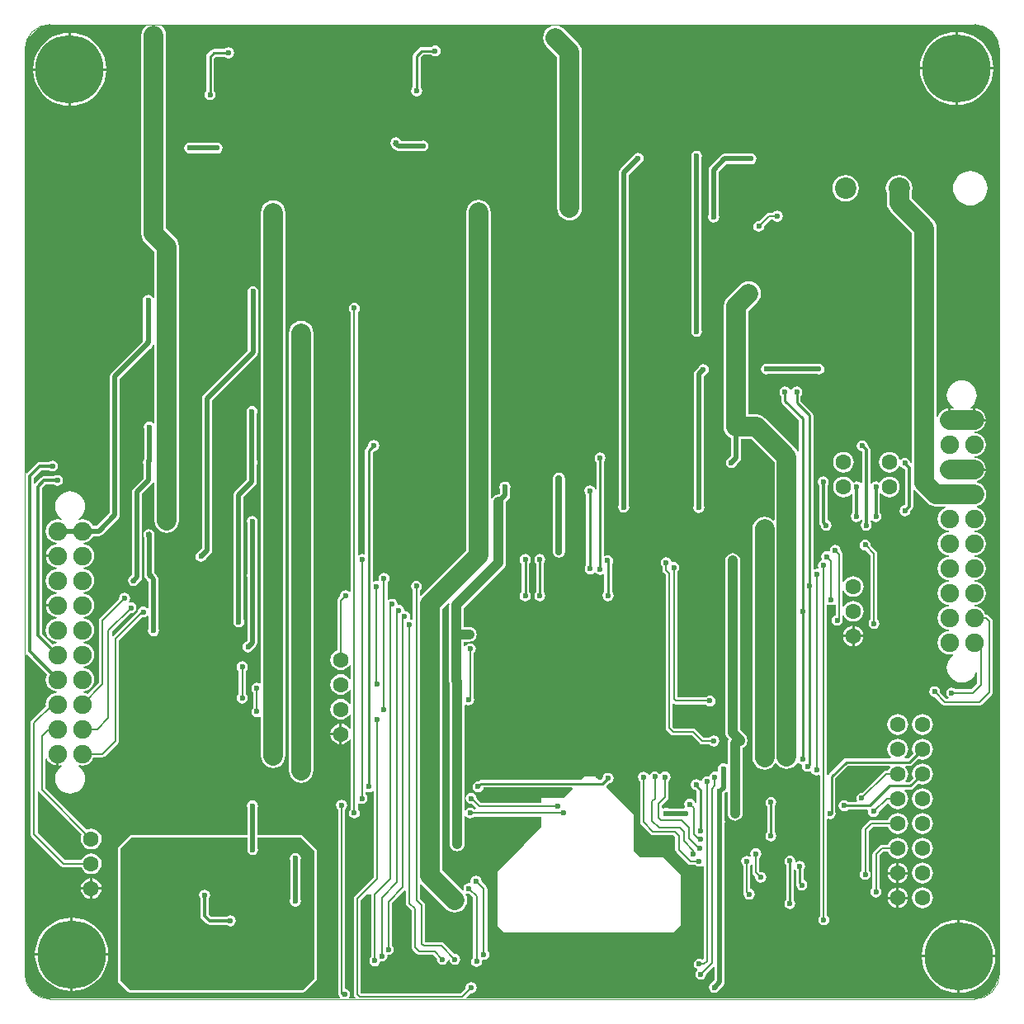
<source format=gbl>
G04 Layer_Physical_Order=2*
G04 Layer_Color=16711680*
%FSLAX25Y25*%
%MOIN*%
G70*
G01*
G75*
%ADD10C,0.00787*%
%ADD52C,0.01968*%
%ADD53C,0.03937*%
%ADD54C,0.01000*%
%ADD55C,0.01181*%
%ADD56C,0.07874*%
%ADD59C,0.00394*%
%ADD60C,0.06299*%
%ADD61C,0.07480*%
%ADD62C,0.08661*%
%ADD63C,0.27559*%
%ADD64C,0.02362*%
%ADD65C,0.04724*%
%ADD66C,0.01968*%
%ADD67C,0.02756*%
G36*
X217464Y885827D02*
X255079Y885827D01*
X255248Y885327D01*
X254845Y885017D01*
X254054Y883986D01*
X253556Y882785D01*
X253386Y881496D01*
Y801378D01*
X253386Y801378D01*
X253556Y800089D01*
X254054Y798888D01*
X254845Y797857D01*
X258603Y794099D01*
Y775523D01*
X258463Y775471D01*
X258103Y775440D01*
X257675Y776080D01*
X256953Y776562D01*
X256102Y776732D01*
X255251Y776562D01*
X254530Y776080D01*
X254048Y775359D01*
X253878Y774508D01*
X254048Y773657D01*
X254079Y773610D01*
Y758063D01*
X253890Y757780D01*
X253879Y757725D01*
X241286Y745131D01*
X240847Y744475D01*
X240693Y743701D01*
Y688535D01*
X235402Y683244D01*
X233820D01*
X233668Y683611D01*
X232908Y684601D01*
X231918Y685361D01*
X230765Y685839D01*
X229528Y686001D01*
X228290Y685839D01*
X228101Y685760D01*
X227877Y686207D01*
X228791Y686957D01*
X229540Y687871D01*
X230098Y688913D01*
X230441Y690044D01*
X230557Y691221D01*
X230441Y692397D01*
X230098Y693528D01*
X229540Y694570D01*
X228791Y695484D01*
X227877Y696233D01*
X226835Y696791D01*
X225704Y697134D01*
X224528Y697250D01*
X223351Y697134D01*
X222220Y696791D01*
X221178Y696233D01*
X220264Y695484D01*
X219515Y694570D01*
X218957Y693528D01*
X218614Y692397D01*
X218498Y691221D01*
X218614Y690044D01*
X218957Y688913D01*
X219515Y687871D01*
X220264Y686957D01*
X221178Y686207D01*
X220954Y685760D01*
X220765Y685839D01*
X219528Y686001D01*
X218290Y685839D01*
X217137Y685361D01*
X216147Y684601D01*
X215387Y683611D01*
X214909Y682458D01*
X214746Y681220D01*
X214909Y679983D01*
X215387Y678830D01*
X216147Y677840D01*
X217137Y677080D01*
X218290Y676602D01*
X219275Y676473D01*
Y675968D01*
X218290Y675839D01*
X217137Y675361D01*
X216147Y674601D01*
X215387Y673611D01*
X214909Y672458D01*
X214812Y671721D01*
X219528D01*
Y670720D01*
X214812D01*
X214909Y669983D01*
X215387Y668830D01*
X216147Y667840D01*
X217137Y667080D01*
X218290Y666602D01*
X219275Y666473D01*
Y665968D01*
X218290Y665839D01*
X217137Y665361D01*
X216147Y664601D01*
X215387Y663611D01*
X214909Y662458D01*
X214746Y661221D01*
X214909Y659983D01*
X215387Y658830D01*
X216147Y657840D01*
X217137Y657080D01*
X218290Y656602D01*
X219275Y656473D01*
Y655968D01*
X218290Y655839D01*
X217137Y655361D01*
X216147Y654601D01*
X215387Y653611D01*
X214909Y652458D01*
X214812Y651721D01*
X219528D01*
Y650721D01*
X214812D01*
X214909Y649983D01*
X215387Y648830D01*
X216147Y647840D01*
X217137Y647080D01*
X218290Y646602D01*
X219275Y646473D01*
Y645968D01*
X218290Y645839D01*
X217137Y645361D01*
X216147Y644601D01*
X215387Y643611D01*
X214909Y642458D01*
X214746Y641221D01*
X214909Y639983D01*
X215387Y638830D01*
X216147Y637840D01*
X217137Y637080D01*
X218290Y636602D01*
X219275Y636473D01*
Y635968D01*
X218290Y635839D01*
X217521Y635520D01*
X213138Y639904D01*
Y698541D01*
X214648Y700051D01*
X217989D01*
X218637Y699619D01*
X219488Y699449D01*
X220339Y699619D01*
X221061Y700101D01*
X221543Y700822D01*
X221712Y701673D01*
X221543Y702524D01*
X221061Y703246D01*
X220339Y703728D01*
X219488Y703897D01*
X218637Y703728D01*
X217989Y703295D01*
X213976D01*
X213356Y703171D01*
X212830Y702820D01*
X210369Y700359D01*
X210291Y700243D01*
X209791Y700394D01*
Y702675D01*
X212975Y705859D01*
X215922D01*
X216570Y705426D01*
X217421Y705257D01*
X218272Y705426D01*
X218994Y705908D01*
X219476Y706629D01*
X219645Y707480D01*
X219476Y708331D01*
X218994Y709053D01*
X218272Y709535D01*
X217421Y709704D01*
X216570Y709535D01*
X215922Y709102D01*
X212303D01*
X211683Y708979D01*
X211156Y708627D01*
X207095Y704565D01*
X206807Y704624D01*
X206594Y704752D01*
Y877328D01*
X206594Y877328D01*
X206594Y877328D01*
X206819Y878232D01*
X207561Y879940D01*
X208574Y881503D01*
X209832Y882876D01*
X211299Y884023D01*
X212935Y884913D01*
X214696Y885519D01*
X216533Y885827D01*
X217464Y885827D01*
D02*
G37*
G36*
X590985Y885827D02*
X592917Y885443D01*
X594737Y884689D01*
X596375Y883594D01*
X597767Y882201D01*
X598862Y880564D01*
X599616Y878744D01*
X600000Y876812D01*
Y875827D01*
X600000Y503608D01*
X600000Y503608D01*
X600000Y502652D01*
X599689Y500765D01*
X599077Y498953D01*
X598178Y497265D01*
X597017Y495746D01*
X595625Y494435D01*
X594038Y493367D01*
X592299Y492571D01*
X591376Y492320D01*
X384845Y492320D01*
X384654Y492782D01*
X386436Y494564D01*
X386614Y494528D01*
X387465Y494697D01*
X388187Y495180D01*
X388669Y495901D01*
X388838Y496752D01*
X388669Y497603D01*
X388187Y498324D01*
X387465Y498806D01*
X386614Y498976D01*
X385763Y498806D01*
X385042Y498324D01*
X384560Y497603D01*
X384390Y496752D01*
X384426Y496573D01*
X382285Y494433D01*
X342321D01*
X342071Y494683D01*
Y532089D01*
X344077Y534095D01*
X344262Y534280D01*
X344705Y534449D01*
X344705Y534449D01*
X346192Y534449D01*
X346217Y533982D01*
Y509253D01*
X346065Y509151D01*
X345583Y508430D01*
X345414Y507579D01*
X345583Y506728D01*
X346065Y506006D01*
X346787Y505524D01*
X347638Y505355D01*
X348489Y505524D01*
X349210Y506006D01*
X349692Y506728D01*
X349829Y507416D01*
X350541Y507274D01*
X351392Y507444D01*
X352114Y507926D01*
X352596Y508647D01*
X352765Y509498D01*
X352737Y509639D01*
X353091Y509993D01*
X353150Y509981D01*
X354001Y510150D01*
X354722Y510632D01*
X355204Y511354D01*
X355373Y512205D01*
X355204Y513056D01*
X354722Y513777D01*
X354571Y513878D01*
Y530907D01*
X359693Y536030D01*
X360193Y535823D01*
Y530905D01*
X360301Y530362D01*
X360609Y529901D01*
X362457Y528053D01*
Y513189D01*
X362565Y512645D01*
X362873Y512184D01*
X364645Y510413D01*
X365106Y510105D01*
X365650Y509996D01*
X371163D01*
X372772Y508387D01*
X372737Y508209D01*
X372906Y507358D01*
X373388Y506636D01*
X374110Y506154D01*
X374961Y505985D01*
X375812Y506154D01*
X376533Y506636D01*
X377015Y507358D01*
X377118Y507876D01*
X377130Y507897D01*
X377671Y508129D01*
X377769Y508064D01*
X377906Y507377D01*
X378388Y506656D01*
X379110Y506174D01*
X379961Y506004D01*
X380812Y506174D01*
X381533Y506656D01*
X382015Y507377D01*
X382185Y508228D01*
X382015Y509079D01*
X381533Y509801D01*
X380812Y510283D01*
X379961Y510452D01*
X379782Y510417D01*
X375513Y514686D01*
X375052Y514994D01*
X374508Y515102D01*
X368108D01*
X368055Y515156D01*
Y529921D01*
X367947Y530465D01*
X367639Y530926D01*
X365890Y532675D01*
Y538501D01*
X366363Y538662D01*
X366558Y538408D01*
X376400Y528566D01*
X377432Y527774D01*
X378632Y527277D01*
X379921Y527107D01*
X379921Y527107D01*
X380020D01*
X381309Y527277D01*
X382509Y527774D01*
X383541Y528566D01*
X384332Y529597D01*
X384830Y530798D01*
X384999Y532087D01*
X384830Y533375D01*
X384384Y534452D01*
X384759Y534803D01*
X384799Y534776D01*
X385650Y534607D01*
X385828Y534643D01*
X387378Y533093D01*
Y508977D01*
X387227Y508876D01*
X386745Y508154D01*
X386576Y507303D01*
X386745Y506452D01*
X387227Y505731D01*
X387948Y505249D01*
X388799Y505079D01*
X389650Y505249D01*
X390372Y505731D01*
X390854Y506452D01*
X391023Y507303D01*
X390953Y507658D01*
X391378Y508083D01*
X391732Y508012D01*
X392583Y508182D01*
X393305Y508664D01*
X393787Y509385D01*
X393956Y510236D01*
X393787Y511087D01*
X393305Y511809D01*
X393153Y511910D01*
Y536614D01*
X393045Y537158D01*
X392737Y537619D01*
X390771Y539585D01*
X390807Y539764D01*
X390637Y540615D01*
X390155Y541336D01*
X389434Y541818D01*
X388583Y541988D01*
X387732Y541818D01*
X387010Y541336D01*
X386528Y540615D01*
X386359Y539764D01*
X386429Y539409D01*
X386004Y538984D01*
X385650Y539055D01*
X384799Y538885D01*
X384077Y538403D01*
X383595Y537682D01*
X383426Y536831D01*
X383544Y536235D01*
X383165Y535966D01*
X383089Y535961D01*
X375058Y543992D01*
Y563878D01*
Y608858D01*
Y633514D01*
Y649807D01*
X377298Y652047D01*
X377772Y651814D01*
X377714Y651378D01*
Y639468D01*
Y620669D01*
X377817Y619894D01*
X377911Y619665D01*
Y554823D01*
X378013Y554048D01*
X378312Y553326D01*
X378788Y552706D01*
X379408Y552230D01*
X380131Y551931D01*
X380906Y551829D01*
X381680Y551931D01*
X382403Y552230D01*
X383023Y552706D01*
X383499Y553326D01*
X383798Y554048D01*
X383900Y554823D01*
Y565970D01*
X384400Y566122D01*
X384648Y565750D01*
X385369Y565268D01*
X386221Y565099D01*
X387071Y565268D01*
X387793Y565750D01*
X387894Y565902D01*
X414764D01*
Y561368D01*
X407972Y554577D01*
X407972D01*
X408016Y554472D01*
X397392Y543848D01*
Y521408D01*
X399754Y519045D01*
X468258D01*
X471408Y522195D01*
Y542274D01*
X464321Y549360D01*
X454478D01*
Y549754D01*
X452116Y552116D01*
X452116Y566683D01*
X441106Y577693D01*
X441110Y578396D01*
X441839Y579125D01*
X441890Y579115D01*
X442741Y579284D01*
X443462Y579766D01*
X443944Y580488D01*
X444114Y581339D01*
X443944Y582190D01*
X443462Y582911D01*
X442741Y583393D01*
X441890Y583562D01*
X441039Y583393D01*
X440317Y582911D01*
X439835Y582190D01*
X439666Y581339D01*
X439676Y581288D01*
X439052Y580663D01*
X438136D01*
X436762Y582037D01*
X432431D01*
X431057Y580663D01*
X390551D01*
X389966Y580547D01*
X389470Y580215D01*
X389421Y580166D01*
X389370Y580177D01*
X388519Y580007D01*
X387798Y579525D01*
X387316Y578804D01*
X387146Y577953D01*
X387316Y577102D01*
X387798Y576380D01*
X388519Y575898D01*
X389370Y575729D01*
X390221Y575898D01*
X390943Y576380D01*
X391425Y577102D01*
X391525Y577604D01*
X427345D01*
X427536Y577142D01*
X423770Y573376D01*
X414764D01*
Y571500D01*
X390352D01*
X388803Y573050D01*
X388838Y573228D01*
X388669Y574079D01*
X388187Y574801D01*
X387465Y575283D01*
X386614Y575452D01*
X385763Y575283D01*
X385042Y574801D01*
X384560Y574079D01*
X384390Y573228D01*
X384560Y572377D01*
X385042Y571656D01*
X385763Y571174D01*
X386614Y571004D01*
X386793Y571040D01*
X388589Y569244D01*
X388382Y568744D01*
X387894D01*
X387793Y568895D01*
X387071Y569377D01*
X386221Y569547D01*
X385369Y569377D01*
X384648Y568895D01*
X384400Y568524D01*
X383900Y568675D01*
Y610858D01*
X384400Y611125D01*
X384681Y610938D01*
X385531Y610768D01*
X386383Y610938D01*
X387104Y611420D01*
X387586Y612141D01*
X387755Y612992D01*
X387630Y613623D01*
X387642Y613681D01*
Y631988D01*
X387793Y632089D01*
X388275Y632810D01*
X388444Y633661D01*
X388275Y634512D01*
X387793Y635234D01*
X387071Y635716D01*
X386221Y635885D01*
X385369Y635716D01*
X384648Y635234D01*
X384469Y634966D01*
X383796Y634859D01*
X383703Y634933D01*
Y636474D01*
X385827D01*
X386602Y636576D01*
X387324Y636875D01*
X387944Y637351D01*
X388420Y637971D01*
X388719Y638694D01*
X388821Y639468D01*
X388719Y640243D01*
X388420Y640966D01*
X387944Y641586D01*
X387324Y642062D01*
X386602Y642361D01*
X385827Y642463D01*
X383703D01*
Y650138D01*
X399755Y666190D01*
X400231Y666810D01*
X400530Y667532D01*
X400632Y668307D01*
Y693012D01*
X400616Y693129D01*
X401726Y694239D01*
X402164Y694895D01*
X402318Y695669D01*
Y698118D01*
X402350Y698165D01*
X402519Y699016D01*
X402350Y699867D01*
X401868Y700588D01*
X401146Y701070D01*
X400295Y701240D01*
X399444Y701070D01*
X398723Y700588D01*
X398241Y699867D01*
X398071Y699016D01*
X398241Y698165D01*
X398272Y698118D01*
Y696507D01*
X397755Y695991D01*
X397638Y696006D01*
X396863Y695904D01*
X396141Y695605D01*
X395521Y695129D01*
X395045Y694509D01*
X394547Y694613D01*
Y809941D01*
X394377Y811230D01*
X393879Y812431D01*
X393088Y813462D01*
X392057Y814253D01*
X390856Y814751D01*
X389567Y814921D01*
X388278Y814751D01*
X387077Y814253D01*
X386046Y813462D01*
X385255Y812431D01*
X384757Y811230D01*
X384587Y809941D01*
Y673421D01*
X366558Y655391D01*
X366363Y655137D01*
X365890Y655298D01*
Y657283D01*
X366041Y657384D01*
X366523Y658106D01*
X366692Y658957D01*
X366523Y659808D01*
X366041Y660529D01*
X365319Y661011D01*
X364469Y661180D01*
X363617Y661011D01*
X362896Y660529D01*
X362414Y659808D01*
X362245Y658957D01*
X362414Y658106D01*
X362896Y657384D01*
X363048Y657283D01*
Y645503D01*
X362607Y645267D01*
X362465Y645362D01*
X362032Y645448D01*
X361799Y645999D01*
X361968Y646850D01*
X361799Y647701D01*
X361317Y648423D01*
X360595Y648905D01*
X359744Y649074D01*
X359455Y649475D01*
X359338Y650064D01*
X358856Y650785D01*
X358135Y651267D01*
X357283Y651436D01*
X357273Y651434D01*
X356814Y651853D01*
X356680Y652524D01*
X356199Y653246D01*
X355477Y653728D01*
X354626Y653897D01*
X353775Y653728D01*
X353299Y653410D01*
X352799Y653677D01*
Y660433D01*
X352950Y660534D01*
X353432Y661255D01*
X353602Y662106D01*
X353432Y662957D01*
X352950Y663679D01*
X352229Y664161D01*
X351378Y664330D01*
X350527Y664161D01*
X349805Y663679D01*
X349323Y662957D01*
X349154Y662106D01*
X349297Y661389D01*
X349048Y661059D01*
X348916Y660965D01*
X348327Y661082D01*
X347476Y660913D01*
X347246Y660759D01*
X346805Y660995D01*
Y713146D01*
X347193Y713534D01*
X347244Y713524D01*
X348095Y713694D01*
X348817Y714176D01*
X349299Y714897D01*
X349468Y715748D01*
X349299Y716599D01*
X348817Y717320D01*
X348095Y717803D01*
X347244Y717972D01*
X346393Y717803D01*
X345672Y717320D01*
X345189Y716599D01*
X345020Y715748D01*
X345030Y715697D01*
X344194Y714861D01*
X343863Y714365D01*
X343746Y713779D01*
Y672044D01*
X343246Y671764D01*
X342520Y671909D01*
X341669Y671740D01*
X341291Y671487D01*
X340791Y671755D01*
Y769586D01*
X340943Y769687D01*
X341425Y770409D01*
X341594Y771260D01*
X341425Y772111D01*
X340943Y772832D01*
X340221Y773314D01*
X339370Y773484D01*
X338519Y773314D01*
X337798Y772832D01*
X337316Y772111D01*
X337146Y771260D01*
X337316Y770409D01*
X337798Y769687D01*
X337949Y769586D01*
Y656768D01*
X337449Y656616D01*
X337399Y656691D01*
X336678Y657173D01*
X335827Y657342D01*
X334976Y657173D01*
X334254Y656691D01*
X333772Y655969D01*
X333603Y655118D01*
X333639Y654939D01*
X332854Y654154D01*
X332545Y653693D01*
X332437Y653150D01*
Y633115D01*
X331766Y632837D01*
X330899Y632172D01*
X330234Y631305D01*
X329816Y630296D01*
X329673Y629213D01*
X329816Y628129D01*
X330234Y627120D01*
X330899Y626253D01*
X331766Y625588D01*
X332775Y625170D01*
X333858Y625027D01*
X334942Y625170D01*
X335951Y625588D01*
X336818Y626253D01*
X337449Y627076D01*
X337597Y627075D01*
X337949Y626939D01*
Y621487D01*
X337597Y621350D01*
X337449Y621349D01*
X336818Y622172D01*
X335951Y622837D01*
X334942Y623255D01*
X333858Y623398D01*
X332775Y623255D01*
X331766Y622837D01*
X330899Y622172D01*
X330234Y621305D01*
X329816Y620296D01*
X329673Y619213D01*
X329816Y618129D01*
X330234Y617120D01*
X330899Y616253D01*
X331766Y615588D01*
X332775Y615170D01*
X333858Y615027D01*
X334942Y615170D01*
X335951Y615588D01*
X336818Y616253D01*
X337449Y617076D01*
X337597Y617075D01*
X337949Y616939D01*
Y611486D01*
X337597Y611350D01*
X337449Y611349D01*
X336818Y612172D01*
X335951Y612837D01*
X334942Y613255D01*
X333858Y613398D01*
X332775Y613255D01*
X331766Y612837D01*
X330899Y612172D01*
X330234Y611305D01*
X329816Y610296D01*
X329673Y609213D01*
X329816Y608129D01*
X330234Y607120D01*
X330899Y606253D01*
X331766Y605588D01*
X332775Y605170D01*
X333858Y605027D01*
X334942Y605170D01*
X335951Y605588D01*
X336818Y606253D01*
X337449Y607076D01*
X337597Y607076D01*
X337949Y606939D01*
Y601486D01*
X337597Y601350D01*
X337449Y601349D01*
X336818Y602172D01*
X335951Y602837D01*
X334942Y603255D01*
X334358Y603332D01*
Y599213D01*
Y595093D01*
X334942Y595170D01*
X335951Y595588D01*
X336818Y596253D01*
X337449Y597076D01*
X337597Y597076D01*
X337949Y596939D01*
Y568996D01*
X337798Y568895D01*
X337316Y568174D01*
X337146Y567323D01*
X337316Y566472D01*
X337798Y565750D01*
X338519Y565268D01*
X339370Y565099D01*
X340221Y565268D01*
X340943Y565750D01*
X341425Y566472D01*
X341594Y567323D01*
X341425Y568174D01*
X340943Y568895D01*
X340791Y568996D01*
Y571159D01*
X341291Y571426D01*
X341669Y571174D01*
X342520Y571004D01*
X343371Y571174D01*
X344092Y571656D01*
X344574Y572377D01*
X344743Y573228D01*
X344574Y574079D01*
X344092Y574801D01*
X343941Y574902D01*
Y575633D01*
X344351Y575907D01*
X344441Y575895D01*
X345276Y575729D01*
X346127Y575898D01*
X346799Y576348D01*
X347300Y576224D01*
Y541337D01*
X339645Y533682D01*
X339337Y533221D01*
X339229Y532677D01*
Y494095D01*
X339337Y493551D01*
X339645Y493090D01*
X339952Y492782D01*
X339761Y492320D01*
X337472D01*
X337205Y492820D01*
X337488Y493244D01*
X337657Y494095D01*
X337488Y494945D01*
X337006Y495667D01*
X336284Y496149D01*
X335673Y496271D01*
Y568799D01*
X335824Y568900D01*
X336307Y569621D01*
X336476Y570472D01*
X336307Y571323D01*
X335824Y572045D01*
X335103Y572527D01*
X334252Y572696D01*
X333401Y572527D01*
X332680Y572045D01*
X332197Y571323D01*
X332028Y570472D01*
X332197Y569621D01*
X332680Y568900D01*
X332831Y568799D01*
Y494488D01*
X332939Y493944D01*
X333247Y493483D01*
X333352Y493379D01*
X333379Y493244D01*
X333661Y492820D01*
X333394Y492320D01*
X216929Y492320D01*
X216929Y492320D01*
X215932Y492299D01*
X213969Y492646D01*
X212111Y493370D01*
X210430Y494442D01*
X208991Y495822D01*
X207848Y497456D01*
X207046Y499281D01*
X206616Y501228D01*
X206594Y502224D01*
Y631173D01*
X206807Y631302D01*
X207095Y631360D01*
X215228Y623227D01*
X214909Y622458D01*
X214746Y621220D01*
X214909Y619983D01*
X215387Y618830D01*
X216147Y617840D01*
X217137Y617080D01*
X218290Y616602D01*
X219275Y616473D01*
Y615968D01*
X218290Y615839D01*
X217137Y615361D01*
X216147Y614601D01*
X215387Y613611D01*
X214909Y612458D01*
X214746Y611221D01*
X214824Y610633D01*
X209035Y604843D01*
X208727Y604382D01*
X208618Y603839D01*
Y558858D01*
X208727Y558315D01*
X209035Y557854D01*
X221042Y545846D01*
X221503Y545538D01*
X222047Y545429D01*
X229168D01*
X229446Y544758D01*
X230111Y543891D01*
X230978Y543226D01*
X231988Y542808D01*
X233071Y542665D01*
X234154Y542808D01*
X235164Y543226D01*
X236030Y543891D01*
X236696Y544758D01*
X237114Y545767D01*
X237256Y546850D01*
X237114Y547934D01*
X236696Y548943D01*
X236030Y549810D01*
X235164Y550475D01*
X234154Y550893D01*
X233071Y551036D01*
X231988Y550893D01*
X230978Y550475D01*
X230111Y549810D01*
X229446Y548943D01*
X229168Y548271D01*
X222636D01*
X211460Y559447D01*
Y576112D01*
X211960Y576161D01*
X211975Y576090D01*
X212283Y575629D01*
X229306Y558605D01*
X229028Y557934D01*
X228886Y556850D01*
X229028Y555767D01*
X229446Y554758D01*
X230111Y553891D01*
X230978Y553226D01*
X231988Y552808D01*
X233071Y552665D01*
X234154Y552808D01*
X235164Y553226D01*
X236030Y553891D01*
X236696Y554758D01*
X237114Y555767D01*
X237256Y556850D01*
X237114Y557934D01*
X236696Y558943D01*
X236030Y559810D01*
X235164Y560475D01*
X234154Y560893D01*
X233071Y561036D01*
X231988Y560893D01*
X231316Y560615D01*
X214708Y577222D01*
Y589162D01*
X215208Y589261D01*
X215387Y588830D01*
X216147Y587840D01*
X217137Y587080D01*
X218290Y586602D01*
X219028Y586505D01*
Y591221D01*
X220028D01*
Y586505D01*
X220765Y586602D01*
X220954Y586681D01*
X221178Y586233D01*
X220264Y585484D01*
X219515Y584570D01*
X218957Y583528D01*
X218614Y582397D01*
X218498Y581220D01*
X218614Y580044D01*
X218957Y578913D01*
X219515Y577871D01*
X220264Y576957D01*
X221178Y576207D01*
X222220Y575650D01*
X223351Y575307D01*
X224528Y575191D01*
X225704Y575307D01*
X226835Y575650D01*
X227877Y576207D01*
X228791Y576957D01*
X229540Y577871D01*
X230098Y578913D01*
X230441Y580044D01*
X230557Y581220D01*
X230441Y582397D01*
X230098Y583528D01*
X229540Y584570D01*
X228791Y585484D01*
X227877Y586233D01*
X228101Y586681D01*
X228290Y586602D01*
X229528Y586439D01*
X230765Y586602D01*
X231918Y587080D01*
X232908Y587840D01*
X233668Y588830D01*
X234070Y589799D01*
X237579D01*
X238123Y589908D01*
X238583Y590216D01*
X243918Y595550D01*
X244226Y596011D01*
X244334Y596555D01*
Y637207D01*
X253545Y646417D01*
X254134Y646300D01*
X254985Y646469D01*
X255706Y646951D01*
X255745Y647008D01*
X256245Y646857D01*
Y641843D01*
X256213Y641796D01*
X256044Y640945D01*
X256213Y640094D01*
X256695Y639372D01*
X257417Y638890D01*
X258268Y638721D01*
X259119Y638890D01*
X259840Y639372D01*
X260322Y640094D01*
X260492Y640945D01*
X260322Y641796D01*
X260291Y641843D01*
Y661789D01*
X260137Y662563D01*
X259698Y663220D01*
X259209Y663709D01*
X259198Y663764D01*
X258716Y664486D01*
X258618Y664552D01*
Y679803D01*
X258622Y679823D01*
X258618Y679842D01*
Y679921D01*
X258464Y680695D01*
X258025Y681352D01*
X257978Y681383D01*
X257970Y681395D01*
X257249Y681877D01*
X256398Y682047D01*
X255547Y681877D01*
X254825Y681395D01*
X254343Y680674D01*
X254174Y679823D01*
X254343Y678972D01*
X254571Y678630D01*
Y663462D01*
X254725Y662688D01*
X255066Y662179D01*
X255089Y662063D01*
X255571Y661341D01*
X256245Y660891D01*
Y650190D01*
X255745Y650039D01*
X255706Y650096D01*
X254985Y650578D01*
X254134Y650747D01*
X253283Y650578D01*
X252561Y650096D01*
X252079Y649375D01*
X251979Y648871D01*
X241980Y638872D01*
X241694Y638929D01*
X241480Y639059D01*
Y640479D01*
X249009Y648009D01*
X249188Y647973D01*
X250039Y648142D01*
X250760Y648624D01*
X251242Y649346D01*
X251412Y650197D01*
X251242Y651048D01*
X250760Y651769D01*
X250039Y652251D01*
X249188Y652421D01*
X248626Y652309D01*
X248325Y652759D01*
X248610Y653184D01*
X248779Y654035D01*
X248610Y654886D01*
X248128Y655608D01*
X247406Y656090D01*
X246555Y656259D01*
X245704Y656090D01*
X244983Y655608D01*
X244501Y654886D01*
X244331Y654035D01*
X244367Y653857D01*
X236692Y646182D01*
X236384Y645721D01*
X236276Y645177D01*
Y619978D01*
X231734Y615437D01*
X230765Y615839D01*
X229780Y615968D01*
Y616473D01*
X230765Y616602D01*
X231918Y617080D01*
X232908Y617840D01*
X233668Y618830D01*
X234146Y619983D01*
X234309Y621220D01*
X234146Y622458D01*
X233668Y623611D01*
X232908Y624601D01*
X231918Y625361D01*
X230765Y625839D01*
X229780Y625968D01*
Y626473D01*
X230765Y626602D01*
X231918Y627080D01*
X232908Y627840D01*
X233668Y628830D01*
X234146Y629983D01*
X234309Y631220D01*
X234146Y632458D01*
X233668Y633611D01*
X232908Y634601D01*
X231918Y635361D01*
X230765Y635839D01*
X229780Y635968D01*
Y636473D01*
X230765Y636602D01*
X231918Y637080D01*
X232908Y637840D01*
X233668Y638830D01*
X234146Y639983D01*
X234309Y641221D01*
X234146Y642458D01*
X233668Y643611D01*
X232908Y644601D01*
X231918Y645361D01*
X230765Y645839D01*
X229780Y645968D01*
Y646473D01*
X230765Y646602D01*
X231918Y647080D01*
X232908Y647840D01*
X233668Y648830D01*
X234146Y649983D01*
X234309Y651221D01*
X234146Y652458D01*
X233668Y653611D01*
X232908Y654601D01*
X231918Y655361D01*
X230765Y655839D01*
X229780Y655968D01*
Y656473D01*
X230765Y656602D01*
X231918Y657080D01*
X232908Y657840D01*
X233668Y658830D01*
X234146Y659983D01*
X234309Y661221D01*
X234146Y662458D01*
X233668Y663611D01*
X232908Y664601D01*
X231918Y665361D01*
X230765Y665839D01*
X229780Y665968D01*
Y666473D01*
X230765Y666602D01*
X231918Y667080D01*
X232908Y667840D01*
X233668Y668830D01*
X234146Y669983D01*
X234309Y671220D01*
X234146Y672458D01*
X233668Y673611D01*
X232908Y674601D01*
X231918Y675361D01*
X230765Y675839D01*
X229780Y675968D01*
Y676473D01*
X230765Y676602D01*
X231918Y677080D01*
X232908Y677840D01*
X233668Y678830D01*
X233820Y679197D01*
X236240D01*
X237014Y679351D01*
X237671Y679790D01*
X244147Y686266D01*
X244586Y686923D01*
X244740Y687697D01*
Y742863D01*
X256740Y754864D01*
X256796Y754875D01*
X257517Y755357D01*
X257999Y756078D01*
X258103Y756599D01*
X258603Y756550D01*
Y724980D01*
X258103Y724844D01*
X257446Y725283D01*
X256594Y725452D01*
X255744Y725283D01*
X255022Y724801D01*
X254540Y724079D01*
X254371Y723228D01*
X254540Y722377D01*
X254571Y722330D01*
Y710395D01*
X254245Y709906D01*
X254075Y709055D01*
X254245Y708204D01*
X254276Y708157D01*
Y702511D01*
X250144Y698379D01*
X249706Y697723D01*
X249552Y696949D01*
Y663436D01*
X249401Y663286D01*
X249346Y663275D01*
X248624Y662793D01*
X248142Y662072D01*
X247973Y661221D01*
X247994Y661112D01*
X247977Y661024D01*
X248131Y660249D01*
X248569Y659593D01*
X249226Y659155D01*
X250000Y659000D01*
X250089Y659018D01*
X250197Y658997D01*
X251048Y659166D01*
X251769Y659648D01*
X252251Y660369D01*
X252262Y660425D01*
X253005Y661168D01*
X253444Y661824D01*
X253598Y662598D01*
Y696111D01*
X257730Y700243D01*
X258103Y700801D01*
X258603Y700717D01*
Y685433D01*
X258773Y684144D01*
X259270Y682943D01*
X260062Y681912D01*
X261093Y681121D01*
X262294Y680623D01*
X263583Y680453D01*
X264872Y680623D01*
X266073Y681121D01*
X267104Y681912D01*
X267895Y682943D01*
X268393Y684144D01*
X268562Y685433D01*
Y796161D01*
X268562Y796161D01*
X268393Y797450D01*
X267895Y798651D01*
X267104Y799683D01*
X267104Y799683D01*
X263346Y803441D01*
Y881496D01*
X263176Y882785D01*
X262679Y883986D01*
X261887Y885017D01*
X261484Y885327D01*
X261654Y885827D01*
X419287Y885827D01*
X419320Y885327D01*
X419282Y885322D01*
X418081Y884824D01*
X417050Y884033D01*
X416258Y883002D01*
X415761Y881801D01*
X415591Y880512D01*
X415761Y879223D01*
X416258Y878022D01*
X417050Y876991D01*
X421398Y872642D01*
Y811614D01*
X421568Y810325D01*
X422065Y809124D01*
X422857Y808093D01*
X423888Y807302D01*
X425089Y806804D01*
X426378Y806635D01*
X427667Y806804D01*
X428868Y807302D01*
X429899Y808093D01*
X430690Y809124D01*
X431188Y810325D01*
X431358Y811614D01*
Y874705D01*
X431188Y875994D01*
X430690Y877194D01*
X429899Y878226D01*
X424092Y884033D01*
X423061Y884824D01*
X421860Y885322D01*
X421822Y885327D01*
X421855Y885827D01*
X590000Y885827D01*
X590985Y885827D01*
D02*
G37*
%LPC*%
G36*
X224909Y882502D02*
Y868217D01*
X239195D01*
X239052Y870036D01*
X238509Y872298D01*
X237619Y874447D01*
X236403Y876431D01*
X234893Y878200D01*
X233123Y879710D01*
X231140Y880926D01*
X228991Y881816D01*
X226729Y882359D01*
X224909Y882502D01*
D02*
G37*
G36*
X239195Y867216D02*
X224909D01*
Y852931D01*
X226729Y853074D01*
X228991Y853617D01*
X231140Y854507D01*
X233123Y855723D01*
X234893Y857234D01*
X236403Y859002D01*
X237619Y860986D01*
X238509Y863135D01*
X239052Y865397D01*
X239195Y867216D01*
D02*
G37*
G36*
X223909D02*
X209624D01*
X209767Y865397D01*
X210310Y863135D01*
X211200Y860986D01*
X212416Y859002D01*
X213926Y857234D01*
X215695Y855723D01*
X217679Y854507D01*
X219828Y853617D01*
X222090Y853074D01*
X223909Y852931D01*
Y867216D01*
D02*
G37*
G36*
Y882502D02*
X222090Y882359D01*
X219828Y881816D01*
X217679Y880926D01*
X215695Y879710D01*
X213926Y878200D01*
X212416Y876431D01*
X211200Y874447D01*
X210310Y872298D01*
X209767Y870036D01*
X209624Y868217D01*
X223909D01*
Y882502D01*
D02*
G37*
G36*
X558898Y557256D02*
X557814Y557114D01*
X556805Y556696D01*
X555938Y556030D01*
X555273Y555164D01*
X554995Y554492D01*
X552480D01*
X551936Y554384D01*
X551475Y554076D01*
X549094Y551694D01*
X548786Y551233D01*
X548677Y550689D01*
Y537107D01*
X548526Y537006D01*
X548044Y536284D01*
X547875Y535433D01*
X548044Y534582D01*
X548526Y533861D01*
X549247Y533379D01*
X550098Y533209D01*
X550949Y533379D01*
X551671Y533861D01*
X552153Y534582D01*
X552322Y535433D01*
X552153Y536284D01*
X551671Y537006D01*
X551519Y537107D01*
Y550100D01*
X553069Y551650D01*
X554995D01*
X555273Y550978D01*
X555938Y550111D01*
X556805Y549446D01*
X557814Y549028D01*
X558898Y548885D01*
X559981Y549028D01*
X560990Y549446D01*
X561857Y550111D01*
X562522Y550978D01*
X562940Y551988D01*
X563083Y553071D01*
X562940Y554154D01*
X562522Y555164D01*
X561857Y556030D01*
X560990Y556696D01*
X559981Y557114D01*
X558898Y557256D01*
D02*
G37*
G36*
X507677Y573877D02*
X506826Y573708D01*
X506105Y573226D01*
X505623Y572505D01*
X505453Y571654D01*
X505623Y570802D01*
X506105Y570081D01*
X506148Y570052D01*
Y559672D01*
X506105Y559643D01*
X505623Y558922D01*
X505453Y558071D01*
X505623Y557220D01*
X506105Y556498D01*
X506826Y556016D01*
X507677Y555847D01*
X508528Y556016D01*
X509250Y556498D01*
X509732Y557220D01*
X509901Y558071D01*
X509732Y558922D01*
X509250Y559643D01*
X509206Y559672D01*
Y570052D01*
X509250Y570081D01*
X509732Y570802D01*
X509901Y571654D01*
X509732Y572505D01*
X509250Y573226D01*
X508528Y573708D01*
X507677Y573877D01*
D02*
G37*
G36*
X501575Y553110D02*
X500724Y552940D01*
X500002Y552458D01*
X499520Y551737D01*
X499351Y550886D01*
X499520Y550035D01*
X499564Y549969D01*
X499203Y549609D01*
X498784Y549889D01*
X497933Y550059D01*
X497082Y549889D01*
X496361Y549407D01*
X495879Y548686D01*
X495709Y547835D01*
X495879Y546984D01*
X496361Y546262D01*
X496512Y546161D01*
Y535532D01*
X496620Y534988D01*
X496744Y534802D01*
X496694Y534547D01*
X496863Y533696D01*
X497345Y532975D01*
X498066Y532493D01*
X498917Y532323D01*
X499768Y532493D01*
X500490Y532975D01*
X500972Y533696D01*
X501141Y534547D01*
X500972Y535398D01*
X500490Y536120D01*
X499768Y536602D01*
X499354Y536684D01*
Y546132D01*
X499492Y546253D01*
X499506Y546262D01*
X499510Y546269D01*
X499694Y546430D01*
X500154Y546276D01*
Y543307D01*
X500262Y542763D01*
X500570Y542302D01*
X501355Y541517D01*
X501320Y541339D01*
X501489Y540488D01*
X501971Y539766D01*
X502692Y539284D01*
X503543Y539115D01*
X504394Y539284D01*
X505116Y539766D01*
X505598Y540488D01*
X505767Y541339D01*
X505598Y542190D01*
X505116Y542911D01*
X504394Y543393D01*
X503543Y543562D01*
X503365Y543527D01*
X502996Y543896D01*
Y549212D01*
X503147Y549313D01*
X503629Y550035D01*
X503799Y550886D01*
X503629Y551737D01*
X503147Y552458D01*
X502426Y552940D01*
X501575Y553110D01*
D02*
G37*
G36*
X568898Y557256D02*
X567814Y557114D01*
X566805Y556696D01*
X565938Y556030D01*
X565273Y555164D01*
X564855Y554154D01*
X564712Y553071D01*
X564855Y551988D01*
X565273Y550978D01*
X565938Y550111D01*
X566805Y549446D01*
X567814Y549028D01*
X568898Y548885D01*
X569981Y549028D01*
X570990Y549446D01*
X571857Y550111D01*
X572522Y550978D01*
X572940Y551988D01*
X573083Y553071D01*
X572940Y554154D01*
X572522Y555164D01*
X571857Y556030D01*
X570990Y556696D01*
X569981Y557114D01*
X568898Y557256D01*
D02*
G37*
G36*
X558398Y542571D02*
X554778D01*
X554855Y541988D01*
X555273Y540978D01*
X555938Y540111D01*
X556805Y539446D01*
X557814Y539028D01*
X558398Y538951D01*
Y542571D01*
D02*
G37*
G36*
X563017D02*
X559398D01*
Y538951D01*
X559981Y539028D01*
X560990Y539446D01*
X561857Y540111D01*
X562522Y540978D01*
X562940Y541988D01*
X563017Y542571D01*
D02*
G37*
G36*
X559398Y547191D02*
Y543571D01*
X563017D01*
X562940Y544154D01*
X562522Y545164D01*
X561857Y546030D01*
X560990Y546696D01*
X559981Y547114D01*
X559398Y547191D01*
D02*
G37*
G36*
X558398Y547190D02*
X557814Y547114D01*
X556805Y546696D01*
X555938Y546030D01*
X555273Y545164D01*
X554855Y544154D01*
X554778Y543571D01*
X558398D01*
Y547190D01*
D02*
G37*
G36*
X558898Y567256D02*
X557814Y567114D01*
X556805Y566695D01*
X555938Y566030D01*
X555273Y565164D01*
X554995Y564492D01*
X548209D01*
X547665Y564384D01*
X547204Y564076D01*
X544763Y561635D01*
X544455Y561174D01*
X544347Y560630D01*
Y544193D01*
X544195Y544092D01*
X543713Y543371D01*
X543544Y542520D01*
X543713Y541669D01*
X544195Y540947D01*
X544917Y540465D01*
X545768Y540296D01*
X546619Y540465D01*
X547340Y540947D01*
X547822Y541669D01*
X547992Y542520D01*
X547822Y543371D01*
X547340Y544092D01*
X547189Y544193D01*
Y560041D01*
X548797Y561650D01*
X554995D01*
X555273Y560978D01*
X555938Y560111D01*
X556805Y559446D01*
X557814Y559028D01*
X558898Y558885D01*
X559981Y559028D01*
X560990Y559446D01*
X561857Y560111D01*
X562522Y560978D01*
X562940Y561988D01*
X563083Y563071D01*
X562940Y564154D01*
X562522Y565164D01*
X561857Y566030D01*
X560990Y566695D01*
X559981Y567114D01*
X558898Y567256D01*
D02*
G37*
G36*
X568898Y607256D02*
X567814Y607114D01*
X566805Y606696D01*
X565938Y606030D01*
X565273Y605164D01*
X564855Y604154D01*
X564712Y603071D01*
X564855Y601988D01*
X565273Y600978D01*
X565938Y600111D01*
X566805Y599446D01*
X567814Y599028D01*
X568898Y598885D01*
X569981Y599028D01*
X570990Y599446D01*
X571857Y600111D01*
X572522Y600978D01*
X572940Y601988D01*
X573083Y603071D01*
X572940Y604154D01*
X572522Y605164D01*
X571857Y606030D01*
X570990Y606696D01*
X569981Y607114D01*
X568898Y607256D01*
D02*
G37*
G36*
X558898D02*
X557814Y607114D01*
X556805Y606696D01*
X555938Y606030D01*
X555273Y605164D01*
X554855Y604154D01*
X554712Y603071D01*
X554855Y601988D01*
X555273Y600978D01*
X555938Y600111D01*
X556805Y599446D01*
X557814Y599028D01*
X558898Y598885D01*
X559981Y599028D01*
X560990Y599446D01*
X561857Y600111D01*
X562522Y600978D01*
X562940Y601988D01*
X563083Y603071D01*
X562940Y604154D01*
X562522Y605164D01*
X561857Y606030D01*
X560990Y606696D01*
X559981Y607114D01*
X558898Y607256D01*
D02*
G37*
G36*
X333358Y603332D02*
X332775Y603255D01*
X331766Y602837D01*
X330899Y602172D01*
X330234Y601305D01*
X329816Y600296D01*
X329739Y599713D01*
X333358D01*
Y603332D01*
D02*
G37*
G36*
X294094Y628602D02*
X293244Y628433D01*
X292522Y627950D01*
X292040Y627229D01*
X291871Y626378D01*
X292040Y625527D01*
X292522Y624805D01*
X292673Y624704D01*
Y615453D01*
X292522Y615352D01*
X292040Y614631D01*
X291871Y613779D01*
X292040Y612928D01*
X292522Y612207D01*
X293244Y611725D01*
X294094Y611556D01*
X294946Y611725D01*
X295667Y612207D01*
X296149Y612928D01*
X296318Y613779D01*
X296149Y614631D01*
X295667Y615352D01*
X295515Y615453D01*
Y624704D01*
X295667Y624805D01*
X296149Y625527D01*
X296318Y626378D01*
X296149Y627229D01*
X295667Y627950D01*
X294946Y628433D01*
X294094Y628602D01*
D02*
G37*
G36*
X465354Y670728D02*
X464503Y670559D01*
X463782Y670076D01*
X463300Y669355D01*
X463131Y668504D01*
X463300Y667653D01*
X463782Y666931D01*
X463933Y666830D01*
Y665354D01*
X464042Y664811D01*
X464350Y664350D01*
X465114Y663585D01*
Y601575D01*
X465223Y601031D01*
X465531Y600570D01*
X467105Y598995D01*
X467566Y598687D01*
X468110Y598579D01*
X475789D01*
X478917Y595452D01*
X479378Y595144D01*
X479921Y595036D01*
X482972D01*
X483073Y594884D01*
X483795Y594402D01*
X484646Y594233D01*
X485497Y594402D01*
X486218Y594884D01*
X486700Y595606D01*
X486869Y596457D01*
X486700Y597308D01*
X486218Y598029D01*
X485497Y598511D01*
X484646Y598680D01*
X483795Y598511D01*
X483073Y598029D01*
X482972Y597878D01*
X480510D01*
X477383Y601005D01*
X476922Y601313D01*
X476378Y601421D01*
X468699D01*
X467956Y602163D01*
Y611256D01*
X468456Y611480D01*
X468748Y611286D01*
X469291Y611177D01*
X481397D01*
X481498Y611026D01*
X482220Y610544D01*
X483071Y610375D01*
X483922Y610544D01*
X484643Y611026D01*
X485125Y611747D01*
X485295Y612598D01*
X485125Y613449D01*
X484643Y614171D01*
X483922Y614653D01*
X483071Y614822D01*
X482220Y614653D01*
X481498Y614171D01*
X481397Y614019D01*
X469925D01*
Y664862D01*
X470076Y664963D01*
X470559Y665684D01*
X470728Y666535D01*
X470559Y667386D01*
X470076Y668108D01*
X469355Y668590D01*
X468504Y668759D01*
X468055Y668670D01*
X467474Y669026D01*
X467409Y669355D01*
X466927Y670076D01*
X466205Y670559D01*
X465354Y670728D01*
D02*
G37*
G36*
X568898Y577256D02*
X567814Y577114D01*
X566805Y576695D01*
X565938Y576030D01*
X565273Y575164D01*
X564855Y574154D01*
X564712Y573071D01*
X564855Y571988D01*
X565273Y570978D01*
X565938Y570111D01*
X566805Y569446D01*
X567814Y569028D01*
X568898Y568886D01*
X569981Y569028D01*
X570990Y569446D01*
X571857Y570111D01*
X572522Y570978D01*
X572940Y571988D01*
X573083Y573071D01*
X572940Y574154D01*
X572522Y575164D01*
X571857Y576030D01*
X570990Y576695D01*
X569981Y577114D01*
X568898Y577256D01*
D02*
G37*
G36*
Y567256D02*
X567814Y567114D01*
X566805Y566695D01*
X565938Y566030D01*
X565273Y565164D01*
X564855Y564154D01*
X564712Y563071D01*
X564855Y561988D01*
X565273Y560978D01*
X565938Y560111D01*
X566805Y559446D01*
X567814Y559028D01*
X568898Y558885D01*
X569981Y559028D01*
X570990Y559446D01*
X571857Y560111D01*
X572522Y560978D01*
X572940Y561988D01*
X573083Y563071D01*
X572940Y564154D01*
X572522Y565164D01*
X571857Y566030D01*
X570990Y566695D01*
X569981Y567114D01*
X568898Y567256D01*
D02*
G37*
G36*
X317913Y766200D02*
X316625Y766030D01*
X315424Y765533D01*
X314392Y764742D01*
X313601Y763710D01*
X313104Y762509D01*
X312934Y761221D01*
Y598819D01*
Y584547D01*
X313104Y583258D01*
X313601Y582057D01*
X314392Y581026D01*
X315424Y580235D01*
X316625Y579737D01*
X317913Y579568D01*
X319202Y579737D01*
X320403Y580235D01*
X321434Y581026D01*
X322226Y582057D01*
X322723Y583258D01*
X322893Y584547D01*
Y598819D01*
Y761221D01*
X322723Y762509D01*
X322226Y763710D01*
X321434Y764742D01*
X320403Y765533D01*
X319202Y766030D01*
X317913Y766200D01*
D02*
G37*
G36*
X333358Y598713D02*
X329739D01*
X329816Y598129D01*
X330234Y597120D01*
X330899Y596253D01*
X331766Y595588D01*
X332775Y595170D01*
X333358Y595093D01*
Y598713D01*
D02*
G37*
G36*
X492224Y672286D02*
X491449Y672183D01*
X490727Y671884D01*
X490107Y671409D01*
X489631Y670788D01*
X489332Y670066D01*
X489230Y669291D01*
Y599803D01*
X489332Y599028D01*
X489631Y598306D01*
X490107Y597686D01*
X490663Y597130D01*
X490616Y597068D01*
X490317Y596346D01*
X490214Y595571D01*
Y587226D01*
X489714Y586959D01*
X489276Y587251D01*
X488425Y587421D01*
X487574Y587251D01*
X486853Y586769D01*
X486371Y586048D01*
X486201Y585197D01*
X486371Y584346D01*
X486078Y583960D01*
X485961Y583897D01*
X485890Y583944D01*
X485039Y584114D01*
X484188Y583944D01*
X483467Y583462D01*
X482985Y582741D01*
X482841Y582017D01*
X482741Y581976D01*
X481890Y582145D01*
X481039Y581976D01*
X480317Y581494D01*
X479835Y580772D01*
X479741Y580300D01*
X479211Y580195D01*
X479132Y580313D01*
X478410Y580795D01*
X477559Y580964D01*
X476708Y580795D01*
X475987Y580313D01*
X475504Y579591D01*
X475335Y578740D01*
X475504Y577889D01*
X475987Y577168D01*
X476708Y576686D01*
X477144Y576599D01*
X477604Y576138D01*
Y571021D01*
X477105Y570971D01*
X476956Y571717D01*
X476474Y572439D01*
X475753Y572921D01*
X474902Y573090D01*
X474051Y572921D01*
X473329Y572439D01*
X472847Y571717D01*
X472678Y570866D01*
X472847Y570015D01*
X472984Y569811D01*
X472753Y569255D01*
X472377Y569180D01*
X472330Y569149D01*
X466400D01*
X466205Y569279D01*
X465354Y569448D01*
X464503Y569279D01*
X464224Y569092D01*
X463724Y569360D01*
Y570474D01*
X465867Y572617D01*
X466175Y573078D01*
X466283Y573622D01*
Y580216D01*
X466435Y580317D01*
X466917Y581039D01*
X467086Y581890D01*
X466917Y582741D01*
X466435Y583462D01*
X465713Y583944D01*
X464862Y584114D01*
X464011Y583944D01*
X463290Y583462D01*
X463127Y583219D01*
X462627D01*
X462399Y583561D01*
X461678Y584043D01*
X460827Y584212D01*
X459976Y584043D01*
X459254Y583561D01*
X458772Y582839D01*
X458749Y582723D01*
X458382Y582663D01*
X458231Y582679D01*
X457773Y583364D01*
X457052Y583846D01*
X456201Y584015D01*
X455350Y583846D01*
X454628Y583364D01*
X454146Y582642D01*
X453977Y581791D01*
X454146Y580940D01*
X454628Y580219D01*
X454780Y580118D01*
Y563583D01*
X454888Y563039D01*
X455196Y562578D01*
X459035Y558739D01*
X459496Y558431D01*
X460039Y558323D01*
X468211D01*
X469051Y557482D01*
Y552461D01*
X469160Y551917D01*
X469468Y551456D01*
X474094Y546830D01*
X474555Y546522D01*
X475098Y546414D01*
X476968D01*
X477069Y546262D01*
X477791Y545780D01*
X478642Y545611D01*
X479493Y545780D01*
X479969Y546098D01*
X480469Y545831D01*
Y508369D01*
X479969Y508102D01*
X479591Y508354D01*
X478740Y508523D01*
X477889Y508354D01*
X477168Y507872D01*
X476686Y507150D01*
X476516Y506299D01*
X476686Y505448D01*
X477168Y504727D01*
X477770Y504324D01*
X477856Y503780D01*
X477772Y503724D01*
X477290Y503002D01*
X477121Y502151D01*
X477290Y501300D01*
X477772Y500579D01*
X478494Y500097D01*
X479345Y499928D01*
X480196Y500097D01*
X480917Y500579D01*
X481399Y501300D01*
X481568Y502151D01*
X481533Y502330D01*
X484485Y505282D01*
X484985Y505075D01*
Y499854D01*
X484047Y498916D01*
X483991Y498905D01*
X483270Y498423D01*
X482788Y497701D01*
X482619Y496850D01*
X482788Y495999D01*
X483270Y495278D01*
X483991Y494796D01*
X484842Y494627D01*
X485694Y494796D01*
X486415Y495278D01*
X486897Y495999D01*
X486908Y496055D01*
X488438Y497585D01*
X488877Y498242D01*
X489031Y499016D01*
Y562783D01*
X489062Y562830D01*
X489232Y563681D01*
X489062Y564532D01*
X488933Y564726D01*
Y575086D01*
X488964Y575133D01*
X488975Y575189D01*
X489714Y575928D01*
X490214Y575729D01*
Y567224D01*
X490317Y566449D01*
X490616Y565727D01*
X491091Y565107D01*
X491712Y564631D01*
X492434Y564332D01*
X493209Y564230D01*
X493984Y564332D01*
X494706Y564631D01*
X495326Y565107D01*
X495802Y565727D01*
X496101Y566449D01*
X496203Y567224D01*
Y588583D01*
Y593668D01*
X496674Y593864D01*
X497294Y594340D01*
X497770Y594960D01*
X498069Y595682D01*
X498171Y596457D01*
Y596850D01*
X498069Y597625D01*
X498044Y597686D01*
X497894Y598048D01*
X497770Y598348D01*
X497294Y598968D01*
X495219Y601043D01*
Y669291D01*
X495117Y670066D01*
X494817Y670788D01*
X494636Y671025D01*
X494342Y671409D01*
X493721Y671884D01*
X492999Y672183D01*
X492224Y672286D01*
D02*
G37*
G36*
X568898Y547256D02*
X567814Y547114D01*
X566805Y546696D01*
X565938Y546030D01*
X565273Y545164D01*
X564855Y544154D01*
X564712Y543071D01*
X564855Y541988D01*
X565273Y540978D01*
X565938Y540111D01*
X566805Y539446D01*
X567814Y539028D01*
X568898Y538885D01*
X569981Y539028D01*
X570990Y539446D01*
X571857Y540111D01*
X572522Y540978D01*
X572940Y541988D01*
X573083Y543071D01*
X572940Y544154D01*
X572522Y545164D01*
X571857Y546030D01*
X570990Y546696D01*
X569981Y547114D01*
X568898Y547256D01*
D02*
G37*
G36*
X583965Y524235D02*
Y509949D01*
X598250D01*
X598107Y511768D01*
X597564Y514030D01*
X596674Y516179D01*
X595458Y518163D01*
X593948Y519932D01*
X592179Y521443D01*
X590195Y522658D01*
X588046Y523548D01*
X585784Y524091D01*
X583965Y524235D01*
D02*
G37*
G36*
X582965D02*
X581145Y524091D01*
X578883Y523548D01*
X576734Y522658D01*
X574751Y521443D01*
X572982Y519932D01*
X571471Y518163D01*
X570255Y516179D01*
X569365Y514030D01*
X568822Y511768D01*
X568679Y509949D01*
X582965D01*
Y524235D01*
D02*
G37*
G36*
X225697Y525022D02*
Y510736D01*
X239983D01*
X239840Y512555D01*
X239297Y514817D01*
X238406Y516967D01*
X237191Y518950D01*
X235680Y520719D01*
X233911Y522230D01*
X231927Y523446D01*
X229778Y524336D01*
X227516Y524879D01*
X225697Y525022D01*
D02*
G37*
G36*
X224697D02*
X222878Y524879D01*
X220616Y524336D01*
X218466Y523446D01*
X216483Y522230D01*
X214714Y520719D01*
X213203Y518950D01*
X211987Y516967D01*
X211097Y514817D01*
X210554Y512555D01*
X210411Y510736D01*
X224697D01*
Y525022D01*
D02*
G37*
G36*
X239983Y509736D02*
X225697D01*
Y495450D01*
X227516Y495594D01*
X229778Y496137D01*
X231927Y497027D01*
X233911Y498242D01*
X235680Y499753D01*
X237191Y501522D01*
X238406Y503506D01*
X239297Y505655D01*
X239840Y507917D01*
X239983Y509736D01*
D02*
G37*
G36*
X598250Y508949D02*
X583965D01*
Y494663D01*
X585784Y494806D01*
X588046Y495349D01*
X590195Y496239D01*
X592179Y497455D01*
X593948Y498966D01*
X595458Y500735D01*
X596674Y502718D01*
X597564Y504868D01*
X598107Y507130D01*
X598250Y508949D01*
D02*
G37*
G36*
X582965D02*
X568679D01*
X568822Y507130D01*
X569365Y504868D01*
X570255Y502718D01*
X571471Y500735D01*
X572982Y498966D01*
X574751Y497455D01*
X576734Y496239D01*
X578883Y495349D01*
X581145Y494806D01*
X582965Y494663D01*
Y508949D01*
D02*
G37*
G36*
X224697Y509736D02*
X210411D01*
X210554Y507917D01*
X211097Y505655D01*
X211987Y503506D01*
X213203Y501522D01*
X214714Y499753D01*
X216483Y498242D01*
X218466Y497027D01*
X220616Y496137D01*
X222878Y495594D01*
X224697Y495450D01*
Y509736D01*
D02*
G37*
G36*
X298268Y572440D02*
X297417Y572271D01*
X296695Y571789D01*
X296213Y571068D01*
X296044Y570217D01*
X296213Y569366D01*
X296304Y569230D01*
Y558338D01*
X249184Y558338D01*
X248794Y558261D01*
X248463Y558040D01*
X244140Y553717D01*
X244140Y553716D01*
X244140Y553716D01*
X244025Y553544D01*
X243919Y553386D01*
X243919Y553386D01*
X243919Y553385D01*
X243879Y553187D01*
X243841Y552996D01*
X243842Y552995D01*
X243841Y552995D01*
X243882Y499586D01*
X243921Y499392D01*
X243959Y499197D01*
X243960Y499196D01*
X243960Y499196D01*
X244072Y499028D01*
X244180Y498866D01*
X244181Y498865D01*
X244181Y498865D01*
X244181Y498865D01*
X247866Y495181D01*
X248197Y494959D01*
X248587Y494882D01*
X318736Y494882D01*
X319126Y494959D01*
X319457Y495181D01*
X323949Y499673D01*
X324170Y500003D01*
X324248Y500394D01*
X324248Y552067D01*
X324170Y552457D01*
X323949Y552788D01*
X318697Y558040D01*
X318367Y558261D01*
X317976Y558338D01*
X300350Y558338D01*
Y569504D01*
X300492Y570217D01*
X300322Y571068D01*
X299840Y571789D01*
X299119Y572271D01*
X298268Y572440D01*
D02*
G37*
G36*
X568898Y537256D02*
X567814Y537114D01*
X566805Y536695D01*
X565938Y536030D01*
X565273Y535164D01*
X564855Y534154D01*
X564712Y533071D01*
X564855Y531988D01*
X565273Y530978D01*
X565938Y530111D01*
X566805Y529446D01*
X567814Y529028D01*
X568898Y528886D01*
X569981Y529028D01*
X570990Y529446D01*
X571857Y530111D01*
X572522Y530978D01*
X572940Y531988D01*
X573083Y533071D01*
X572940Y534154D01*
X572522Y535164D01*
X571857Y536030D01*
X570990Y536695D01*
X569981Y537114D01*
X568898Y537256D01*
D02*
G37*
G36*
X515354Y550157D02*
X514503Y549988D01*
X513782Y549506D01*
X513300Y548784D01*
X513131Y547933D01*
X513300Y547082D01*
X513782Y546361D01*
X513825Y546332D01*
Y532310D01*
X513782Y532281D01*
X513300Y531560D01*
X513131Y530709D01*
X513300Y529858D01*
X513782Y529136D01*
X514503Y528654D01*
X515354Y528485D01*
X516205Y528654D01*
X516927Y529136D01*
X517409Y529858D01*
X517578Y530709D01*
X517409Y531560D01*
X516927Y532281D01*
X516884Y532310D01*
Y544545D01*
X517384Y544697D01*
X517719Y544195D01*
X517762Y544166D01*
Y539075D01*
X517878Y538489D01*
X517982Y538334D01*
X517953Y538189D01*
X518123Y537338D01*
X518605Y536617D01*
X519326Y536134D01*
X520177Y535965D01*
X521028Y536134D01*
X521750Y536617D01*
X522232Y537338D01*
X522401Y538189D01*
X522232Y539040D01*
X521750Y539761D01*
X521028Y540243D01*
X520821Y540285D01*
Y544166D01*
X520864Y544195D01*
X521346Y544917D01*
X521515Y545768D01*
X521346Y546619D01*
X520864Y547340D01*
X520142Y547822D01*
X519291Y547992D01*
X518440Y547822D01*
X518009Y547534D01*
X517558Y547834D01*
X517578Y547933D01*
X517409Y548784D01*
X516927Y549506D01*
X516205Y549988D01*
X515354Y550157D01*
D02*
G37*
G36*
X559398Y537190D02*
Y533571D01*
X563017D01*
X562940Y534154D01*
X562522Y535164D01*
X561857Y536030D01*
X560990Y536695D01*
X559981Y537114D01*
X559398Y537190D01*
D02*
G37*
G36*
X233571Y540970D02*
Y537350D01*
X237191D01*
X237114Y537934D01*
X236696Y538943D01*
X236030Y539810D01*
X235164Y540475D01*
X234154Y540893D01*
X233571Y540970D01*
D02*
G37*
G36*
X232571D02*
X231988Y540893D01*
X230978Y540475D01*
X230111Y539810D01*
X229446Y538943D01*
X229028Y537934D01*
X228951Y537350D01*
X232571D01*
Y540970D01*
D02*
G37*
G36*
X558398Y537190D02*
X557814Y537114D01*
X556805Y536695D01*
X555938Y536030D01*
X555273Y535164D01*
X554855Y534154D01*
X554778Y533571D01*
X558398D01*
Y537190D01*
D02*
G37*
G36*
Y532571D02*
X554778D01*
X554855Y531988D01*
X555273Y530978D01*
X555938Y530111D01*
X556805Y529446D01*
X557814Y529028D01*
X558398Y528951D01*
Y532571D01*
D02*
G37*
G36*
X563017D02*
X559398D01*
Y528951D01*
X559981Y529028D01*
X560990Y529446D01*
X561857Y530111D01*
X562522Y530978D01*
X562940Y531988D01*
X563017Y532571D01*
D02*
G37*
G36*
X237191Y536350D02*
X233571D01*
Y532731D01*
X234154Y532808D01*
X235164Y533226D01*
X236030Y533891D01*
X236696Y534758D01*
X237114Y535767D01*
X237191Y536350D01*
D02*
G37*
G36*
X232571D02*
X228951D01*
X229028Y535767D01*
X229446Y534758D01*
X230111Y533891D01*
X230978Y533226D01*
X231988Y532808D01*
X232571Y532731D01*
Y536350D01*
D02*
G37*
G36*
X537795Y825062D02*
X536404Y824879D01*
X535107Y824341D01*
X533993Y823487D01*
X533139Y822373D01*
X532602Y821077D01*
X532419Y819685D01*
X532602Y818293D01*
X533139Y816997D01*
X533993Y815883D01*
X535107Y815029D01*
X536404Y814491D01*
X537795Y814308D01*
X539187Y814491D01*
X540484Y815029D01*
X541597Y815883D01*
X542452Y816997D01*
X542989Y818293D01*
X543172Y819685D01*
X542989Y821077D01*
X542452Y822373D01*
X541597Y823487D01*
X540484Y824341D01*
X539187Y824879D01*
X537795Y825062D01*
D02*
G37*
G36*
X588189Y826624D02*
X586835Y826491D01*
X585534Y826096D01*
X584334Y825455D01*
X583282Y824592D01*
X582419Y823540D01*
X581778Y822340D01*
X581383Y821039D01*
X581250Y819685D01*
X581383Y818331D01*
X581778Y817030D01*
X582419Y815830D01*
X583282Y814779D01*
X584334Y813916D01*
X585534Y813274D01*
X586835Y812879D01*
X588189Y812746D01*
X589543Y812879D01*
X590844Y813274D01*
X592044Y813916D01*
X593095Y814779D01*
X593959Y815830D01*
X594600Y817030D01*
X594995Y818331D01*
X595128Y819685D01*
X594995Y821039D01*
X594600Y822340D01*
X593959Y823540D01*
X593095Y824592D01*
X592044Y825455D01*
X590844Y826096D01*
X589543Y826491D01*
X588189Y826624D01*
D02*
G37*
G36*
X499606Y833818D02*
X498755Y833649D01*
X498708Y833618D01*
X488976D01*
X488202Y833464D01*
X487546Y833025D01*
X483117Y828596D01*
X482678Y827940D01*
X482524Y827165D01*
Y808969D01*
X482493Y808922D01*
X482323Y808071D01*
X482493Y807220D01*
X482975Y806498D01*
X483696Y806016D01*
X484547Y805847D01*
X485398Y806016D01*
X486120Y806498D01*
X486602Y807220D01*
X486771Y808071D01*
X486602Y808922D01*
X486570Y808969D01*
Y826327D01*
X489814Y829571D01*
X498708D01*
X498755Y829540D01*
X499606Y829371D01*
X500457Y829540D01*
X501179Y830022D01*
X501661Y830744D01*
X501830Y831594D01*
X501661Y832446D01*
X501179Y833167D01*
X500457Y833649D01*
X499606Y833818D01*
D02*
G37*
G36*
X283957Y838149D02*
X283106Y837980D01*
X283059Y837948D01*
X273831D01*
X273784Y837980D01*
X272933Y838149D01*
X272082Y837980D01*
X271361Y837498D01*
X270879Y836776D01*
X270709Y835925D01*
X270879Y835074D01*
X271361Y834353D01*
X272082Y833871D01*
X272933Y833701D01*
X273784Y833871D01*
X273831Y833902D01*
X283059D01*
X283106Y833871D01*
X283957Y833701D01*
X284808Y833871D01*
X285529Y834353D01*
X286011Y835074D01*
X286180Y835925D01*
X286011Y836776D01*
X285529Y837498D01*
X284808Y837980D01*
X283957Y838149D01*
D02*
G37*
G36*
X356142Y840255D02*
X355291Y840086D01*
X354569Y839604D01*
X354087Y838883D01*
X353918Y838031D01*
X354087Y837181D01*
X354569Y836459D01*
X354594Y836442D01*
X355656Y835380D01*
X356312Y834942D01*
X357087Y834788D01*
X366228D01*
X366275Y834756D01*
X367126Y834587D01*
X367977Y834756D01*
X368699Y835238D01*
X369180Y835960D01*
X369350Y836811D01*
X369180Y837662D01*
X368699Y838383D01*
X367977Y838866D01*
X367126Y839035D01*
X366275Y838866D01*
X366228Y838834D01*
X358206D01*
X358196Y838883D01*
X357714Y839604D01*
X356993Y840086D01*
X356142Y840255D01*
D02*
G37*
G36*
X590264Y730778D02*
Y726563D01*
X594479D01*
X594382Y727300D01*
X593904Y728453D01*
X593145Y729444D01*
X592154Y730203D01*
X591001Y730681D01*
X590264Y730778D01*
D02*
G37*
G36*
X559449Y825062D02*
X558057Y824879D01*
X556761Y824341D01*
X555647Y823487D01*
X554792Y822373D01*
X554255Y821077D01*
X554072Y819685D01*
X554255Y818293D01*
X554469Y817777D01*
Y813780D01*
X554469Y813780D01*
X554639Y812491D01*
X555136Y811290D01*
X555928Y810258D01*
X564705Y801481D01*
Y708837D01*
X564205Y708557D01*
X564151Y708590D01*
X564021Y708730D01*
X563866Y709512D01*
X563383Y710234D01*
X562662Y710716D01*
X561811Y710885D01*
X560960Y710716D01*
X560239Y710234D01*
X560078Y709994D01*
X559558Y710115D01*
X559555Y710138D01*
X559136Y711148D01*
X558471Y712015D01*
X557605Y712680D01*
X556595Y713098D01*
X555512Y713240D01*
X554428Y713098D01*
X553419Y712680D01*
X552552Y712015D01*
X551887Y711148D01*
X551469Y710138D01*
X551326Y709055D01*
X551469Y707972D01*
X551887Y706962D01*
X552552Y706096D01*
X553419Y705430D01*
X554428Y705012D01*
X555512Y704870D01*
X556595Y705012D01*
X557605Y705430D01*
X558471Y706096D01*
X559136Y706962D01*
X559361Y707503D01*
X559925Y707559D01*
X560239Y707089D01*
X560960Y706607D01*
X561355Y706528D01*
X561863Y706021D01*
Y691715D01*
X561724Y691577D01*
X560960Y691425D01*
X560239Y690943D01*
X559757Y690221D01*
X559587Y689370D01*
X559757Y688519D01*
X560239Y687798D01*
X560960Y687316D01*
X561811Y687146D01*
X562662Y687316D01*
X563383Y687798D01*
X563866Y688519D01*
X564018Y689283D01*
X564631Y689897D01*
X564983Y690423D01*
X565106Y691043D01*
Y697824D01*
X565606Y697993D01*
X566164Y697266D01*
X570888Y692542D01*
X570888Y692542D01*
X571920Y691750D01*
X573121Y691253D01*
X574409Y691083D01*
X578191D01*
X578290Y690583D01*
X577373Y690204D01*
X576383Y689444D01*
X575623Y688453D01*
X575146Y687300D01*
X574983Y686063D01*
X575146Y684826D01*
X575623Y683673D01*
X576383Y682682D01*
X577373Y681922D01*
X578526Y681445D01*
X579511Y681315D01*
Y680811D01*
X578526Y680681D01*
X577373Y680203D01*
X576383Y679444D01*
X575623Y678453D01*
X575146Y677300D01*
X574983Y676063D01*
X575146Y674826D01*
X575623Y673672D01*
X576383Y672682D01*
X577373Y671922D01*
X578526Y671445D01*
X579511Y671315D01*
Y670811D01*
X578526Y670681D01*
X577373Y670203D01*
X576383Y669444D01*
X575623Y668454D01*
X575146Y667300D01*
X574983Y666063D01*
X575146Y664826D01*
X575623Y663672D01*
X576383Y662682D01*
X577373Y661923D01*
X578526Y661445D01*
X579511Y661315D01*
Y660811D01*
X578526Y660681D01*
X577373Y660204D01*
X576383Y659444D01*
X575623Y658454D01*
X575146Y657300D01*
X574983Y656063D01*
X575146Y654826D01*
X575623Y653673D01*
X576383Y652682D01*
X577373Y651923D01*
X578526Y651445D01*
X579511Y651315D01*
Y650811D01*
X578526Y650681D01*
X577373Y650204D01*
X576383Y649444D01*
X575623Y648454D01*
X575146Y647300D01*
X574983Y646063D01*
X575146Y644826D01*
X575623Y643673D01*
X576383Y642682D01*
X577373Y641923D01*
X578526Y641445D01*
X579511Y641315D01*
Y640811D01*
X578526Y640681D01*
X577373Y640204D01*
X576383Y639444D01*
X575623Y638453D01*
X575146Y637300D01*
X574983Y636063D01*
X575146Y634826D01*
X575623Y633673D01*
X576383Y632682D01*
X577373Y631922D01*
X578526Y631445D01*
X579764Y631282D01*
X581001Y631445D01*
X581190Y631523D01*
X581414Y631076D01*
X580501Y630326D01*
X579751Y629413D01*
X579194Y628370D01*
X578851Y627239D01*
X578735Y626063D01*
X578851Y624887D01*
X579194Y623756D01*
X579751Y622713D01*
X580501Y621800D01*
X581414Y621050D01*
X582457Y620493D01*
X583588Y620150D01*
X584764Y620034D01*
X585940Y620150D01*
X587071Y620493D01*
X588113Y621050D01*
X589027Y621800D01*
X589777Y622713D01*
X590334Y623756D01*
X590500Y624304D01*
X591000Y624230D01*
Y619585D01*
X588683Y617268D01*
X582382D01*
X582281Y617419D01*
X581560Y617901D01*
X580709Y618070D01*
X579858Y617901D01*
X579136Y617419D01*
X578654Y616698D01*
X578485Y615846D01*
X578654Y614995D01*
X579136Y614274D01*
X579505Y614027D01*
X579354Y613527D01*
X578640D01*
X576007Y616160D01*
X576043Y616339D01*
X575873Y617190D01*
X575391Y617911D01*
X574670Y618393D01*
X573819Y618562D01*
X572968Y618393D01*
X572246Y617911D01*
X571764Y617190D01*
X571595Y616339D01*
X571764Y615488D01*
X572246Y614766D01*
X572968Y614284D01*
X573819Y614115D01*
X573998Y614150D01*
X577046Y611101D01*
X577507Y610793D01*
X578051Y610685D01*
X591831D01*
X592375Y610793D01*
X592836Y611101D01*
X596969Y615235D01*
X597277Y615696D01*
X597386Y616240D01*
Y644783D01*
X597277Y645327D01*
X596969Y645788D01*
X595690Y647068D01*
X595229Y647376D01*
X594685Y647484D01*
X594306D01*
X593904Y648454D01*
X593145Y649444D01*
X592154Y650204D01*
X591001Y650681D01*
X590016Y650811D01*
Y651315D01*
X591001Y651445D01*
X592154Y651923D01*
X593145Y652682D01*
X593904Y653673D01*
X594382Y654826D01*
X594545Y656063D01*
X594382Y657300D01*
X593904Y658454D01*
X593145Y659444D01*
X592154Y660204D01*
X591001Y660681D01*
X590016Y660811D01*
Y661315D01*
X591001Y661445D01*
X592154Y661923D01*
X593145Y662682D01*
X593904Y663672D01*
X594382Y664826D01*
X594545Y666063D01*
X594382Y667300D01*
X593904Y668454D01*
X593145Y669444D01*
X592154Y670203D01*
X591001Y670681D01*
X590016Y670811D01*
Y671315D01*
X591001Y671445D01*
X592154Y671922D01*
X593145Y672682D01*
X593904Y673672D01*
X594382Y674826D01*
X594545Y676063D01*
X594382Y677300D01*
X593904Y678453D01*
X593145Y679444D01*
X592154Y680203D01*
X591001Y680681D01*
X590016Y680811D01*
Y681315D01*
X591001Y681445D01*
X592154Y681922D01*
X593145Y682682D01*
X593904Y683673D01*
X594382Y684826D01*
X594545Y686063D01*
X594382Y687300D01*
X593904Y688453D01*
X593145Y689444D01*
X592154Y690204D01*
X591001Y690681D01*
X590770Y690711D01*
Y691216D01*
X591053Y691253D01*
X592254Y691750D01*
X593285Y692542D01*
X594076Y693573D01*
X594574Y694774D01*
X594743Y696063D01*
X594574Y697352D01*
X594076Y698553D01*
X593285Y699584D01*
X592254Y700376D01*
X591053Y700873D01*
X590770Y700910D01*
Y701414D01*
X591001Y701445D01*
X592154Y701923D01*
X593145Y702682D01*
X593904Y703673D01*
X594382Y704826D01*
X594479Y705563D01*
X589764D01*
Y706563D01*
X594479D01*
X594382Y707300D01*
X593904Y708454D01*
X593145Y709444D01*
X592154Y710204D01*
X591001Y710681D01*
X590016Y710811D01*
Y711315D01*
X591001Y711445D01*
X592154Y711923D01*
X593145Y712682D01*
X593904Y713672D01*
X594382Y714826D01*
X594545Y716063D01*
X594382Y717300D01*
X593904Y718454D01*
X593145Y719444D01*
X592154Y720203D01*
X591001Y720681D01*
X590016Y720811D01*
Y721315D01*
X591001Y721445D01*
X592154Y721922D01*
X593145Y722682D01*
X593904Y723672D01*
X594382Y724826D01*
X594479Y725563D01*
X589764D01*
Y726063D01*
X589264D01*
Y730778D01*
X588526Y730681D01*
X588338Y730603D01*
X588113Y731050D01*
X589027Y731800D01*
X589777Y732713D01*
X590334Y733756D01*
X590677Y734887D01*
X590793Y736063D01*
X590677Y737239D01*
X590334Y738370D01*
X589777Y739412D01*
X589027Y740326D01*
X588113Y741076D01*
X587071Y741633D01*
X585940Y741976D01*
X584764Y742092D01*
X583588Y741976D01*
X582457Y741633D01*
X581414Y741076D01*
X580501Y740326D01*
X579751Y739412D01*
X579194Y738370D01*
X578851Y737239D01*
X578735Y736063D01*
X578851Y734887D01*
X579194Y733756D01*
X579751Y732713D01*
X580501Y731800D01*
X581414Y731050D01*
X581190Y730603D01*
X581001Y730681D01*
X580264Y730778D01*
Y726063D01*
X579264D01*
Y730778D01*
X578526Y730681D01*
X577373Y730203D01*
X576383Y729444D01*
X575623Y728453D01*
X575146Y727300D01*
X574665Y727391D01*
Y803543D01*
X574495Y804832D01*
X573997Y806033D01*
X573206Y807064D01*
X564428Y815842D01*
Y817777D01*
X564642Y818293D01*
X564825Y819685D01*
X564642Y821077D01*
X564105Y822373D01*
X563251Y823487D01*
X562137Y824341D01*
X560840Y824879D01*
X559449Y825062D01*
D02*
G37*
G36*
X527067Y748877D02*
X526216Y748708D01*
X526169Y748677D01*
X506705D01*
X506658Y748708D01*
X505807Y748877D01*
X504956Y748708D01*
X504235Y748226D01*
X503753Y747505D01*
X503583Y746654D01*
X503753Y745802D01*
X504235Y745081D01*
X504956Y744599D01*
X505807Y744430D01*
X506658Y744599D01*
X506705Y744630D01*
X526169D01*
X526216Y744599D01*
X527067Y744430D01*
X527918Y744599D01*
X528639Y745081D01*
X529121Y745802D01*
X529291Y746654D01*
X529121Y747505D01*
X528639Y748226D01*
X527918Y748708D01*
X527067Y748877D01*
D02*
G37*
G36*
X510236Y810629D02*
X509385Y810460D01*
X508664Y809978D01*
X508563Y809826D01*
X506831D01*
X506287Y809718D01*
X505826Y809410D01*
X502935Y806519D01*
X502756Y806555D01*
X501905Y806385D01*
X501183Y805903D01*
X500701Y805182D01*
X500532Y804331D01*
X500701Y803480D01*
X501183Y802758D01*
X501905Y802276D01*
X502756Y802107D01*
X503607Y802276D01*
X504328Y802758D01*
X504810Y803480D01*
X504980Y804331D01*
X504944Y804509D01*
X507419Y806985D01*
X508563D01*
X508664Y806833D01*
X509385Y806351D01*
X510236Y806182D01*
X511087Y806351D01*
X511809Y806833D01*
X512291Y807555D01*
X512460Y808405D01*
X512291Y809256D01*
X511809Y809978D01*
X511087Y810460D01*
X510236Y810629D01*
D02*
G37*
G36*
X477658Y834901D02*
X476806Y834732D01*
X476085Y834250D01*
X475603Y833528D01*
X475434Y832677D01*
X475603Y831826D01*
X475634Y831779D01*
Y762709D01*
X475603Y762662D01*
X475434Y761811D01*
X475603Y760960D01*
X476085Y760239D01*
X476806Y759757D01*
X477658Y759587D01*
X478509Y759757D01*
X479230Y760239D01*
X479712Y760960D01*
X479881Y761811D01*
X479712Y762662D01*
X479681Y762709D01*
Y831779D01*
X479712Y831826D01*
X479881Y832677D01*
X479712Y833528D01*
X479230Y834250D01*
X478509Y834732D01*
X477658Y834901D01*
D02*
G37*
G36*
X582177Y882896D02*
X580358Y882753D01*
X578096Y882210D01*
X575947Y881320D01*
X573963Y880104D01*
X572194Y878593D01*
X570683Y876824D01*
X569468Y874841D01*
X568577Y872692D01*
X568035Y870429D01*
X567891Y868610D01*
X582177D01*
Y882896D01*
D02*
G37*
G36*
X583177D02*
Y868610D01*
X597463D01*
X597320Y870429D01*
X596777Y872692D01*
X595887Y874841D01*
X594671Y876824D01*
X593160Y878593D01*
X591391Y880104D01*
X589408Y881320D01*
X587258Y882210D01*
X584996Y882753D01*
X583177Y882896D01*
D02*
G37*
G36*
X372047Y877421D02*
X371196Y877251D01*
X370475Y876769D01*
X370446Y876726D01*
X366535D01*
X365950Y876610D01*
X365454Y876278D01*
X363486Y874310D01*
X363154Y873814D01*
X363037Y873228D01*
Y860656D01*
X362994Y860628D01*
X362512Y859906D01*
X362343Y859055D01*
X362512Y858204D01*
X362994Y857483D01*
X363716Y857001D01*
X364567Y856831D01*
X365418Y857001D01*
X366139Y857483D01*
X366621Y858204D01*
X366791Y859055D01*
X366621Y859906D01*
X366139Y860628D01*
X366096Y860656D01*
Y872595D01*
X367169Y873668D01*
X370446D01*
X370475Y873624D01*
X371196Y873142D01*
X372047Y872973D01*
X372898Y873142D01*
X373620Y873624D01*
X374102Y874346D01*
X374271Y875197D01*
X374102Y876048D01*
X373620Y876769D01*
X372898Y877251D01*
X372047Y877421D01*
D02*
G37*
G36*
X288583Y876633D02*
X287732Y876464D01*
X287010Y875982D01*
X286981Y875939D01*
X282677D01*
X282092Y875822D01*
X281596Y875491D01*
X280021Y873916D01*
X279689Y873420D01*
X279573Y872835D01*
Y859082D01*
X279530Y859053D01*
X279048Y858331D01*
X278878Y857480D01*
X279048Y856629D01*
X279530Y855908D01*
X280251Y855426D01*
X281102Y855256D01*
X281953Y855426D01*
X282675Y855908D01*
X283157Y856629D01*
X283326Y857480D01*
X283157Y858331D01*
X282675Y859053D01*
X282632Y859082D01*
Y872201D01*
X283311Y872880D01*
X286981D01*
X287010Y872837D01*
X287732Y872355D01*
X288583Y872186D01*
X289434Y872355D01*
X290155Y872837D01*
X290637Y873558D01*
X290807Y874409D01*
X290637Y875261D01*
X290155Y875982D01*
X289434Y876464D01*
X288583Y876633D01*
D02*
G37*
G36*
X582177Y867610D02*
X567891D01*
X568035Y865791D01*
X568577Y863529D01*
X569468Y861380D01*
X570683Y859396D01*
X572194Y857627D01*
X573963Y856116D01*
X575947Y854901D01*
X578096Y854011D01*
X580358Y853467D01*
X582177Y853324D01*
Y867610D01*
D02*
G37*
G36*
X597463D02*
X583177D01*
Y853324D01*
X584996Y853467D01*
X587258Y854011D01*
X589408Y854901D01*
X591391Y856116D01*
X593160Y857627D01*
X594671Y859396D01*
X595887Y861380D01*
X596777Y863529D01*
X597320Y865791D01*
X597463Y867610D01*
D02*
G37*
G36*
X545768Y677814D02*
X544917Y677645D01*
X544195Y677163D01*
X543713Y676442D01*
X543544Y675591D01*
X543713Y674740D01*
X544195Y674018D01*
X544917Y673536D01*
X545768Y673367D01*
X545946Y673402D01*
X547890Y671459D01*
Y645571D01*
X547739Y645470D01*
X547257Y644749D01*
X547087Y643898D01*
X547257Y643047D01*
X547739Y642325D01*
X548460Y641843D01*
X549311Y641674D01*
X550162Y641843D01*
X550883Y642325D01*
X551366Y643047D01*
X551535Y643898D01*
X551366Y644749D01*
X550883Y645470D01*
X550732Y645571D01*
Y672047D01*
X550624Y672591D01*
X550316Y673052D01*
X547956Y675412D01*
X547992Y675591D01*
X547822Y676442D01*
X547340Y677163D01*
X546619Y677645D01*
X545768Y677814D01*
D02*
G37*
G36*
X541445Y642939D02*
Y639319D01*
X545064D01*
X544988Y639902D01*
X544569Y640912D01*
X543904Y641778D01*
X543038Y642444D01*
X542028Y642862D01*
X541445Y642939D01*
D02*
G37*
G36*
X298031Y731751D02*
X297181Y731582D01*
X296459Y731100D01*
X295977Y730379D01*
X295808Y729528D01*
X295977Y728677D01*
X296008Y728629D01*
Y709796D01*
X295977Y709749D01*
X295808Y708898D01*
X295977Y708047D01*
X296008Y708000D01*
Y702019D01*
X291286Y697297D01*
X290847Y696640D01*
X290693Y695866D01*
Y645386D01*
X290662Y645339D01*
X290493Y644488D01*
X290662Y643637D01*
X291144Y642916D01*
X291865Y642434D01*
X292717Y642264D01*
X293568Y642434D01*
X294289Y642916D01*
X294771Y643637D01*
X294940Y644488D01*
X294771Y645339D01*
X294740Y645386D01*
Y695028D01*
X299462Y699751D01*
X299901Y700407D01*
X300055Y701181D01*
Y708000D01*
X300086Y708047D01*
X300255Y708898D01*
X300086Y709749D01*
X300055Y709796D01*
Y728629D01*
X300086Y728677D01*
X300255Y729528D01*
X300086Y730379D01*
X299604Y731100D01*
X298883Y731582D01*
X298031Y731751D01*
D02*
G37*
G36*
X414331Y671909D02*
X413480Y671740D01*
X412758Y671257D01*
X412276Y670536D01*
X412107Y669685D01*
X412276Y668834D01*
X412758Y668113D01*
X412801Y668084D01*
Y656680D01*
X412758Y656651D01*
X412276Y655930D01*
X412107Y655079D01*
X412276Y654228D01*
X412758Y653506D01*
X413480Y653024D01*
X414331Y652855D01*
X415182Y653024D01*
X415903Y653506D01*
X416385Y654228D01*
X416555Y655079D01*
X416385Y655930D01*
X415903Y656651D01*
X415860Y656680D01*
Y668084D01*
X415903Y668113D01*
X416385Y668834D01*
X416555Y669685D01*
X416385Y670536D01*
X415903Y671257D01*
X415182Y671740D01*
X414331Y671909D01*
D02*
G37*
G36*
X408425D02*
X407574Y671740D01*
X406853Y671257D01*
X406371Y670536D01*
X406201Y669685D01*
X406371Y668834D01*
X406853Y668113D01*
X406896Y668084D01*
Y656680D01*
X406853Y656651D01*
X406371Y655930D01*
X406201Y655079D01*
X406371Y654228D01*
X406853Y653506D01*
X407574Y653024D01*
X408425Y652855D01*
X409276Y653024D01*
X409998Y653506D01*
X410480Y654228D01*
X410649Y655079D01*
X410480Y655930D01*
X409998Y656651D01*
X409955Y656680D01*
Y668084D01*
X409998Y668113D01*
X410480Y668834D01*
X410649Y669685D01*
X410480Y670536D01*
X409998Y671257D01*
X409276Y671740D01*
X408425Y671909D01*
D02*
G37*
G36*
X298150Y687381D02*
X297299Y687212D01*
X296577Y686730D01*
X296095Y686009D01*
X295926Y685157D01*
X296095Y684306D01*
X296127Y684259D01*
Y664008D01*
X296095Y663961D01*
X295926Y663110D01*
X296095Y662259D01*
X296127Y662212D01*
Y636980D01*
X295661Y636514D01*
X295606Y636503D01*
X294884Y636021D01*
X294402Y635300D01*
X294233Y634449D01*
X294402Y633598D01*
X294884Y632876D01*
X295606Y632394D01*
X296457Y632225D01*
X297308Y632394D01*
X298029Y632876D01*
X298511Y633598D01*
X298522Y633653D01*
X299580Y634711D01*
X300019Y635367D01*
X300173Y636142D01*
Y662212D01*
X300204Y662259D01*
X300374Y663110D01*
X300204Y663961D01*
X300173Y664008D01*
Y684259D01*
X300204Y684306D01*
X300374Y685157D01*
X300204Y686009D01*
X299722Y686730D01*
X299001Y687212D01*
X298150Y687381D01*
D02*
G37*
G36*
X306594Y814822D02*
X305306Y814652D01*
X304105Y814155D01*
X303073Y813364D01*
X302282Y812332D01*
X301785Y811131D01*
X301615Y809842D01*
Y619862D01*
X301115Y619595D01*
X300851Y619771D01*
X300000Y619940D01*
X299149Y619771D01*
X298428Y619289D01*
X297945Y618568D01*
X297776Y617717D01*
X297945Y616865D01*
X298428Y616144D01*
X298579Y616043D01*
Y609941D01*
X298428Y609840D01*
X297945Y609119D01*
X297776Y608268D01*
X297945Y607417D01*
X298428Y606695D01*
X299149Y606213D01*
X300000Y606044D01*
X300851Y606213D01*
X301115Y606390D01*
X301615Y606122D01*
Y590551D01*
X301785Y589262D01*
X302282Y588061D01*
X303073Y587030D01*
X304105Y586239D01*
X305306Y585741D01*
X306594Y585572D01*
X307883Y585741D01*
X309084Y586239D01*
X310116Y587030D01*
X310907Y588061D01*
X311404Y589262D01*
X311574Y590551D01*
Y809842D01*
X311404Y811131D01*
X310907Y812332D01*
X310116Y813364D01*
X309084Y814155D01*
X307883Y814652D01*
X306594Y814822D01*
D02*
G37*
G36*
X540445Y638319D02*
X536825D01*
X536902Y637736D01*
X537320Y636726D01*
X537985Y635859D01*
X538852Y635194D01*
X539862Y634776D01*
X540445Y634699D01*
Y638319D01*
D02*
G37*
G36*
Y642939D02*
X539862Y642862D01*
X538852Y642444D01*
X537985Y641778D01*
X537320Y640912D01*
X536902Y639902D01*
X536825Y639319D01*
X540445D01*
Y642939D01*
D02*
G37*
G36*
X545064Y638319D02*
X541445D01*
Y634699D01*
X542028Y634776D01*
X543038Y635194D01*
X543904Y635859D01*
X544569Y636726D01*
X544988Y637736D01*
X545064Y638319D01*
D02*
G37*
G36*
X298425Y780177D02*
X297574Y780007D01*
X296853Y779525D01*
X296371Y778804D01*
X296201Y777953D01*
X296371Y777102D01*
X296402Y777055D01*
Y757827D01*
X296371Y757780D01*
X296201Y756929D01*
X296371Y756078D01*
X296402Y756031D01*
Y754184D01*
X278491Y736273D01*
X278052Y735617D01*
X277898Y734842D01*
Y674263D01*
X276665Y673030D01*
X276610Y673019D01*
X275888Y672537D01*
X275406Y671816D01*
X275237Y670965D01*
X275406Y670114D01*
X275888Y669392D01*
X276610Y668910D01*
X277461Y668741D01*
X278312Y668910D01*
X279033Y669392D01*
X279515Y670114D01*
X279526Y670169D01*
X281352Y671995D01*
X281790Y672651D01*
X281944Y673425D01*
Y734004D01*
X299856Y751916D01*
X300294Y752572D01*
X300448Y753346D01*
Y756031D01*
X300480Y756078D01*
X300649Y756929D01*
X300480Y757780D01*
X300448Y757827D01*
Y777055D01*
X300480Y777102D01*
X300649Y777953D01*
X300480Y778804D01*
X299998Y779525D01*
X299276Y780007D01*
X298425Y780177D01*
D02*
G37*
G36*
X454035Y834015D02*
X453184Y833846D01*
X452463Y833364D01*
X451981Y832642D01*
X451970Y832587D01*
X446798Y827415D01*
X446359Y826758D01*
X446205Y825984D01*
Y691745D01*
X446174Y691698D01*
X446004Y690846D01*
X446174Y689995D01*
X446656Y689274D01*
X447377Y688792D01*
X448228Y688623D01*
X449079Y688792D01*
X449801Y689274D01*
X450283Y689995D01*
X450452Y690846D01*
X450283Y691698D01*
X450251Y691745D01*
Y825146D01*
X454831Y829726D01*
X454886Y829737D01*
X455608Y830219D01*
X456090Y830940D01*
X456259Y831791D01*
X456090Y832642D01*
X455608Y833364D01*
X454886Y833846D01*
X454035Y834015D01*
D02*
G37*
G36*
X480413Y748680D02*
X479562Y748511D01*
X478841Y748029D01*
X478468Y747470D01*
X477113Y746116D01*
X476674Y745459D01*
X476520Y744685D01*
Y691548D01*
X476489Y691501D01*
X476320Y690650D01*
X476489Y689799D01*
X476971Y689077D01*
X477692Y688595D01*
X478543Y688426D01*
X479394Y688595D01*
X480116Y689077D01*
X480598Y689799D01*
X480767Y690650D01*
X480598Y691501D01*
X480566Y691548D01*
Y743847D01*
X481086Y744367D01*
X481264Y744402D01*
X481986Y744884D01*
X482468Y745606D01*
X482637Y746457D01*
X482468Y747308D01*
X481986Y748029D01*
X481264Y748511D01*
X480413Y748680D01*
D02*
G37*
G36*
X438681Y712952D02*
X437830Y712783D01*
X437109Y712301D01*
X436627Y711579D01*
X436457Y710728D01*
X436627Y709877D01*
X437109Y709156D01*
X437152Y709127D01*
Y698090D01*
X436652Y698041D01*
X436602Y698292D01*
X436120Y699013D01*
X435398Y699496D01*
X434547Y699665D01*
X433696Y699496D01*
X432975Y699013D01*
X432493Y698292D01*
X432323Y697441D01*
X432493Y696590D01*
X432975Y695868D01*
X433018Y695840D01*
Y667287D01*
X432690Y666796D01*
X432520Y665945D01*
X432690Y665094D01*
X433172Y664372D01*
X433893Y663890D01*
X434744Y663721D01*
X435595Y663890D01*
X436317Y664372D01*
X436397Y664493D01*
X436897D01*
X437109Y664176D01*
X437830Y663694D01*
X438681Y663524D01*
X439532Y663694D01*
X439860Y663913D01*
X440360Y663646D01*
Y656719D01*
X440317Y656691D01*
X439835Y655969D01*
X439666Y655118D01*
X439835Y654267D01*
X440317Y653546D01*
X441039Y653064D01*
X441890Y652894D01*
X442741Y653064D01*
X443462Y653546D01*
X443944Y654267D01*
X444114Y655118D01*
X443944Y655969D01*
X443462Y656691D01*
X443419Y656719D01*
Y667890D01*
X443787Y668440D01*
X443956Y669291D01*
X443787Y670142D01*
X443305Y670864D01*
X442583Y671346D01*
X441732Y671515D01*
X440881Y671346D01*
X440652Y671192D01*
X440210Y671428D01*
Y709127D01*
X440254Y709156D01*
X440736Y709877D01*
X440905Y710728D01*
X440736Y711579D01*
X440254Y712301D01*
X439532Y712783D01*
X438681Y712952D01*
D02*
G37*
G36*
X537008Y713240D02*
X535925Y713098D01*
X534915Y712680D01*
X534048Y712015D01*
X533383Y711148D01*
X532965Y710138D01*
X532823Y709055D01*
X532965Y707972D01*
X533383Y706962D01*
X534048Y706096D01*
X534915Y705430D01*
X535925Y705012D01*
X537008Y704870D01*
X538091Y705012D01*
X539101Y705430D01*
X539967Y706096D01*
X540632Y706962D01*
X541051Y707972D01*
X541193Y709055D01*
X541051Y710138D01*
X540632Y711148D01*
X539967Y712015D01*
X539101Y712680D01*
X538091Y713098D01*
X537008Y713240D01*
D02*
G37*
G36*
X544587Y717873D02*
X543736Y717704D01*
X543014Y717222D01*
X542532Y716501D01*
X542363Y715650D01*
X542532Y714799D01*
X543014Y714077D01*
X543736Y713595D01*
X544500Y713443D01*
X544540Y713403D01*
Y700652D01*
X544040Y700500D01*
X543954Y700628D01*
X543233Y701110D01*
X542382Y701279D01*
X541531Y701110D01*
X541167Y700867D01*
X540689Y701012D01*
X540632Y701148D01*
X539967Y702015D01*
X539101Y702680D01*
X538091Y703098D01*
X537008Y703240D01*
X535925Y703098D01*
X534915Y702680D01*
X534048Y702015D01*
X533383Y701148D01*
X532965Y700138D01*
X532823Y699055D01*
X532965Y697972D01*
X533383Y696962D01*
X534048Y696096D01*
X534915Y695430D01*
X535925Y695012D01*
X537008Y694870D01*
X538091Y695012D01*
X539101Y695430D01*
X539967Y696096D01*
X540129Y696307D01*
X540603Y696146D01*
Y688605D01*
X540170Y687957D01*
X540001Y687106D01*
X540170Y686255D01*
X540652Y685534D01*
X541373Y685052D01*
X542224Y684882D01*
X543075Y685052D01*
X543797Y685534D01*
X544040Y685897D01*
X544540Y685745D01*
Y685062D01*
X544107Y684414D01*
X543938Y683563D01*
X544107Y682712D01*
X544589Y681990D01*
X545310Y681508D01*
X546161Y681339D01*
X547012Y681508D01*
X547734Y681990D01*
X548216Y682712D01*
X548385Y683563D01*
X548216Y684414D01*
X547783Y685062D01*
Y685745D01*
X548283Y685897D01*
X548526Y685534D01*
X549247Y685052D01*
X550098Y684882D01*
X550949Y685052D01*
X551671Y685534D01*
X552153Y686255D01*
X552322Y687106D01*
X552153Y687957D01*
X551720Y688605D01*
Y696359D01*
X552220Y696528D01*
X552552Y696096D01*
X553419Y695430D01*
X554428Y695012D01*
X555512Y694870D01*
X556595Y695012D01*
X557605Y695430D01*
X558471Y696096D01*
X559136Y696962D01*
X559555Y697972D01*
X559697Y699055D01*
X559555Y700138D01*
X559136Y701148D01*
X558471Y702015D01*
X557605Y702680D01*
X556595Y703098D01*
X555512Y703240D01*
X554428Y703098D01*
X553419Y702680D01*
X552552Y702015D01*
X551887Y701148D01*
X551835Y701022D01*
X551357Y700877D01*
X551009Y701110D01*
X550157Y701279D01*
X549306Y701110D01*
X548585Y700628D01*
X548283Y700176D01*
X547783Y700327D01*
Y714075D01*
X547660Y714695D01*
X547308Y715222D01*
X546793Y715736D01*
X546641Y716501D01*
X546159Y717222D01*
X545438Y717704D01*
X544587Y717873D01*
D02*
G37*
G36*
X498721Y782145D02*
X497432Y781975D01*
X496231Y781478D01*
X495199Y780687D01*
X490180Y775667D01*
X489388Y774636D01*
X488891Y773434D01*
X488721Y772146D01*
X488721Y772146D01*
Y762378D01*
X488694Y762312D01*
X488524Y761024D01*
X488524Y761024D01*
Y723327D01*
X488694Y722038D01*
X489191Y720837D01*
X489983Y719806D01*
X491014Y719014D01*
X491481Y718821D01*
Y711468D01*
X490937Y710924D01*
X490881Y710913D01*
X490160Y710431D01*
X489678Y709709D01*
X489508Y708858D01*
X489678Y708007D01*
X490160Y707286D01*
X490881Y706804D01*
X491732Y706634D01*
X492583Y706804D01*
X493305Y707286D01*
X493787Y708007D01*
X493798Y708063D01*
X495033Y709298D01*
X495471Y709954D01*
X495625Y710728D01*
X495527Y711223D01*
Y718347D01*
X499807D01*
X509095Y709059D01*
Y685664D01*
X508946Y685614D01*
X508595Y685543D01*
X507608Y686301D01*
X506407Y686798D01*
X505118Y686968D01*
X503829Y686798D01*
X502628Y686301D01*
X501597Y685509D01*
X500806Y684478D01*
X500308Y683277D01*
X500139Y681988D01*
Y589862D01*
X500308Y588573D01*
X500806Y587372D01*
X501597Y586341D01*
X502628Y585550D01*
X503829Y585052D01*
X505118Y584883D01*
X506407Y585052D01*
X507608Y585550D01*
X508639Y586341D01*
X509395Y587325D01*
X509532Y587375D01*
X509978Y587387D01*
X510554Y586636D01*
X511585Y585845D01*
X512786Y585348D01*
X514075Y585178D01*
X515364Y585348D01*
X516565Y585845D01*
X517596Y586636D01*
X518246Y587483D01*
X518825Y587516D01*
X518900Y587404D01*
X519621Y586922D01*
X520329Y586781D01*
X520217Y586221D01*
X520386Y585369D01*
X520868Y584648D01*
X521590Y584166D01*
X522441Y583997D01*
X523292Y584166D01*
X523520Y584318D01*
X523982Y584127D01*
X524028Y583893D01*
X524510Y583172D01*
X525232Y582690D01*
X526083Y582520D01*
X526934Y582690D01*
X527075Y582784D01*
X527516Y582548D01*
Y525820D01*
X527463Y525785D01*
X526981Y525064D01*
X526812Y524213D01*
X526981Y523362D01*
X527463Y522640D01*
X528184Y522158D01*
X529035Y521989D01*
X529886Y522158D01*
X530608Y522640D01*
X531090Y523362D01*
X531259Y524213D01*
X531090Y525064D01*
X530608Y525785D01*
X530358Y525952D01*
Y564807D01*
X530768Y565080D01*
X530858Y565068D01*
X531693Y564902D01*
X532544Y565071D01*
X533265Y565554D01*
X533747Y566275D01*
X533917Y567126D01*
X533747Y567977D01*
X533714Y568026D01*
Y581355D01*
X538724Y586364D01*
X555593D01*
X555811Y585864D01*
X555273Y585164D01*
X554995Y584492D01*
X554134D01*
X553590Y584384D01*
X553129Y584076D01*
X544568Y575515D01*
X544390Y575551D01*
X543539Y575381D01*
X542817Y574899D01*
X542335Y574178D01*
X542166Y573327D01*
X542335Y572476D01*
X542489Y572246D01*
X542253Y571805D01*
X538904D01*
X538876Y571848D01*
X538154Y572330D01*
X537303Y572499D01*
X536452Y572330D01*
X535731Y571848D01*
X535249Y571127D01*
X535079Y570276D01*
X535249Y569425D01*
X535731Y568703D01*
X536452Y568221D01*
X537303Y568052D01*
X538154Y568221D01*
X538876Y568703D01*
X538904Y568746D01*
X546662D01*
X546979Y568360D01*
X546890Y567913D01*
X547060Y567062D01*
X547542Y566341D01*
X548263Y565859D01*
X549114Y565690D01*
X549965Y565859D01*
X550687Y566341D01*
X551169Y567062D01*
X551318Y567812D01*
X554724Y571218D01*
X555214Y571120D01*
X555273Y570978D01*
X555938Y570111D01*
X556805Y569446D01*
X557814Y569028D01*
X558898Y568886D01*
X559981Y569028D01*
X560990Y569446D01*
X561857Y570111D01*
X562522Y570978D01*
X562940Y571988D01*
X563083Y573071D01*
X562940Y574154D01*
X562522Y575164D01*
X561857Y576030D01*
X561612Y576219D01*
X561782Y576719D01*
X564075D01*
X564660Y576835D01*
X565156Y577167D01*
X567251Y579261D01*
X567814Y579028D01*
X568898Y578886D01*
X569981Y579028D01*
X570990Y579446D01*
X571857Y580111D01*
X572522Y580978D01*
X572940Y581988D01*
X573083Y583071D01*
X572940Y584154D01*
X572522Y585164D01*
X571857Y586030D01*
X570990Y586695D01*
X569981Y587114D01*
X568898Y587256D01*
X567814Y587114D01*
X566805Y586695D01*
X565938Y586030D01*
X565273Y585164D01*
X564855Y584154D01*
X564712Y583071D01*
X564855Y581988D01*
X565088Y581424D01*
X563441Y579777D01*
X562203D01*
X561985Y580277D01*
X562522Y580978D01*
X562940Y581988D01*
X563083Y583071D01*
X562940Y584154D01*
X562522Y585164D01*
X561985Y585864D01*
X562203Y586364D01*
X563721D01*
X564306Y586481D01*
X564802Y586812D01*
X567251Y589261D01*
X567814Y589028D01*
X568898Y588885D01*
X569981Y589028D01*
X570990Y589446D01*
X571857Y590111D01*
X572522Y590978D01*
X572940Y591988D01*
X573083Y593071D01*
X572940Y594154D01*
X572522Y595164D01*
X571857Y596030D01*
X570990Y596696D01*
X569981Y597114D01*
X568898Y597256D01*
X567814Y597114D01*
X566805Y596696D01*
X565938Y596030D01*
X565273Y595164D01*
X564855Y594154D01*
X564712Y593071D01*
X564855Y591988D01*
X565088Y591424D01*
X563087Y589423D01*
X561782D01*
X561612Y589923D01*
X561857Y590111D01*
X562522Y590978D01*
X562940Y591988D01*
X563083Y593071D01*
X562940Y594154D01*
X562522Y595164D01*
X561857Y596030D01*
X560990Y596696D01*
X559981Y597114D01*
X558898Y597256D01*
X557814Y597114D01*
X556805Y596696D01*
X555938Y596030D01*
X555273Y595164D01*
X554855Y594154D01*
X554712Y593071D01*
X554855Y591988D01*
X555273Y590978D01*
X555938Y590111D01*
X556183Y589923D01*
X556014Y589423D01*
X538091D01*
X537505Y589307D01*
X537009Y588975D01*
X531104Y583070D01*
X530858Y582702D01*
X530358Y582854D01*
Y651408D01*
X530858Y651675D01*
X531137Y651489D01*
X531988Y651320D01*
X532839Y651489D01*
X533315Y651807D01*
X533815Y651540D01*
Y647275D01*
X533598Y647232D01*
X532876Y646750D01*
X532394Y646028D01*
X532225Y645177D01*
X532394Y644326D01*
X532876Y643605D01*
X533598Y643123D01*
X534449Y642953D01*
X535300Y643123D01*
X536021Y643605D01*
X536503Y644326D01*
X536673Y645177D01*
X536587Y645610D01*
X536657Y645965D01*
Y647020D01*
X537157Y647120D01*
X537320Y646726D01*
X537985Y645859D01*
X538852Y645194D01*
X539862Y644776D01*
X540945Y644633D01*
X542028Y644776D01*
X543038Y645194D01*
X543904Y645859D01*
X544569Y646726D01*
X544988Y647736D01*
X545130Y648819D01*
X544988Y649902D01*
X544569Y650912D01*
X543904Y651778D01*
X543038Y652444D01*
X542028Y652862D01*
X540945Y653004D01*
X539862Y652862D01*
X538852Y652444D01*
X537985Y651778D01*
X537320Y650912D01*
X537157Y650518D01*
X536657Y650618D01*
Y657020D01*
X537157Y657120D01*
X537320Y656726D01*
X537985Y655859D01*
X538852Y655194D01*
X539862Y654776D01*
X540945Y654634D01*
X542028Y654776D01*
X543038Y655194D01*
X543904Y655859D01*
X544569Y656726D01*
X544988Y657736D01*
X545130Y658819D01*
X544988Y659902D01*
X544569Y660912D01*
X543904Y661778D01*
X543038Y662444D01*
X542028Y662862D01*
X540945Y663004D01*
X539862Y662862D01*
X538852Y662444D01*
X537985Y661778D01*
X537320Y660912D01*
X537157Y660518D01*
X536657Y660618D01*
Y671850D01*
X536549Y672394D01*
X536241Y672855D01*
X535850Y673246D01*
X535885Y673425D01*
X535716Y674276D01*
X535234Y674998D01*
X534512Y675480D01*
X533661Y675649D01*
X532810Y675480D01*
X532089Y674998D01*
X531607Y674276D01*
X531438Y673425D01*
X531472Y673252D01*
X531211Y673038D01*
X531027Y672929D01*
X530217Y673090D01*
X529365Y672921D01*
X528644Y672439D01*
X528162Y671717D01*
X527993Y670866D01*
X528162Y670015D01*
X528279Y669840D01*
X528088Y669378D01*
X528086Y669377D01*
X527364Y668895D01*
X526883Y668174D01*
X526713Y667323D01*
X526883Y666472D01*
X526958Y666359D01*
X526657Y665909D01*
X526181Y666003D01*
X525330Y665834D01*
X525199Y665746D01*
X524758Y665982D01*
Y727913D01*
X524641Y728499D01*
X524310Y728995D01*
X519640Y733665D01*
Y735800D01*
X519683Y735829D01*
X520165Y736551D01*
X520334Y737402D01*
X520165Y738253D01*
X519683Y738974D01*
X518961Y739456D01*
X518110Y739625D01*
X517259Y739456D01*
X516538Y738974D01*
X516056Y738253D01*
X516003Y737987D01*
X515493D01*
X515440Y738253D01*
X514958Y738974D01*
X514237Y739456D01*
X513386Y739625D01*
X512535Y739456D01*
X511813Y738974D01*
X511331Y738253D01*
X511162Y737402D01*
X511331Y736551D01*
X511813Y735829D01*
X511856Y735800D01*
Y733858D01*
X511973Y733273D01*
X512304Y732777D01*
X518943Y726138D01*
Y713577D01*
X518443Y713477D01*
X518387Y713612D01*
X517596Y714643D01*
X505391Y726848D01*
X504360Y727639D01*
X503159Y728137D01*
X501870Y728306D01*
X501870Y728306D01*
X498484D01*
Y759866D01*
X498511Y759932D01*
X498680Y761221D01*
Y770083D01*
X502242Y773644D01*
X503033Y774676D01*
X503530Y775877D01*
X503700Y777165D01*
X503530Y778454D01*
X503033Y779655D01*
X502242Y780687D01*
X501210Y781478D01*
X500009Y781975D01*
X498721Y782145D01*
D02*
G37*
G36*
X422047Y704787D02*
X421119Y704602D01*
X420333Y704077D01*
X419807Y703290D01*
X419623Y702362D01*
Y672835D01*
X419807Y671907D01*
X420333Y671120D01*
X421119Y670595D01*
X422047Y670410D01*
X422975Y670595D01*
X423762Y671120D01*
X424287Y671907D01*
X424472Y672835D01*
Y702362D01*
X424287Y703290D01*
X423762Y704077D01*
X422975Y704602D01*
X422047Y704787D01*
D02*
G37*
G36*
X528839Y703306D02*
X527988Y703137D01*
X527266Y702655D01*
X526784Y701934D01*
X526615Y701083D01*
X526784Y700232D01*
X527217Y699584D01*
Y684744D01*
X527340Y684124D01*
X527692Y683597D01*
X527813Y683476D01*
X527965Y682712D01*
X528447Y681990D01*
X529169Y681508D01*
X530020Y681339D01*
X530871Y681508D01*
X531592Y681990D01*
X532074Y682712D01*
X532243Y683563D01*
X532074Y684414D01*
X531592Y685136D01*
X530871Y685617D01*
X530460Y685699D01*
Y699584D01*
X530893Y700232D01*
X531062Y701083D01*
X530893Y701934D01*
X530411Y702655D01*
X529690Y703137D01*
X528839Y703306D01*
D02*
G37*
%LPD*%
G36*
X323228Y552067D02*
X323228Y500394D01*
X318736Y495901D01*
X248587Y495901D01*
X244901Y499587D01*
X244861Y552996D01*
X249184Y557319D01*
X296304Y557319D01*
Y553457D01*
X296272Y553410D01*
X296103Y552559D01*
X296272Y551708D01*
X296754Y550987D01*
X297476Y550504D01*
X298327Y550335D01*
X299178Y550504D01*
X299899Y550987D01*
X300381Y551708D01*
X300551Y552559D01*
X300381Y553410D01*
X300350Y553457D01*
Y557319D01*
X317976Y557319D01*
X323228Y552067D01*
D02*
G37*
%LPC*%
G36*
X278878Y536377D02*
X278027Y536208D01*
X277306Y535726D01*
X276823Y535005D01*
X276654Y534154D01*
X276823Y533302D01*
X277256Y532655D01*
Y525748D01*
X277380Y525127D01*
X277731Y524601D01*
X279719Y522613D01*
X280246Y522262D01*
X280866Y522138D01*
X287773D01*
X288421Y521705D01*
X289272Y521536D01*
X290123Y521705D01*
X290844Y522187D01*
X291326Y522909D01*
X291495Y523760D01*
X291326Y524611D01*
X290844Y525332D01*
X290123Y525814D01*
X289272Y525984D01*
X288421Y525814D01*
X287773Y525382D01*
X281538D01*
X280500Y526420D01*
Y532655D01*
X280932Y533302D01*
X281102Y534154D01*
X280932Y535005D01*
X280450Y535726D01*
X279729Y536208D01*
X278878Y536377D01*
D02*
G37*
G36*
X315591Y551200D02*
X314739Y551031D01*
X314018Y550549D01*
X313536Y549827D01*
X313367Y548976D01*
X313536Y548125D01*
X313567Y548078D01*
Y532630D01*
X313536Y532583D01*
X313367Y531732D01*
X313536Y530881D01*
X314018Y530160D01*
X314739Y529678D01*
X315591Y529508D01*
X316442Y529678D01*
X317163Y530160D01*
X317645Y530881D01*
X317814Y531732D01*
X317645Y532583D01*
X317614Y532630D01*
Y548078D01*
X317645Y548125D01*
X317814Y548976D01*
X317645Y549827D01*
X317163Y550549D01*
X316442Y551031D01*
X315591Y551200D01*
D02*
G37*
%LPD*%
D10*
X474606Y557185D02*
X478937Y552854D01*
X526083Y663287D02*
X526378Y663583D01*
X386417Y573425D02*
X389764Y570079D01*
X217421Y611221D02*
X219528D01*
X210039Y603839D02*
X217421Y611221D01*
X210039Y558858D02*
Y603839D01*
Y558858D02*
X222047Y546850D01*
X233071D01*
X215984Y601221D02*
X219528D01*
X213287Y598524D02*
X215984Y601221D01*
X213287Y576634D02*
Y598524D01*
Y576634D02*
X233071Y556850D01*
X242913Y596555D02*
Y637795D01*
X237579Y591221D02*
X242913Y596555D01*
X229528Y591221D02*
X237579D01*
X242913Y637795D02*
X253642Y648524D01*
X254134D01*
X229528Y601221D02*
X235472D01*
X240059Y605807D01*
Y641068D01*
X249188Y650197D01*
X229528Y611221D02*
X237697Y619390D01*
Y645177D01*
X246555Y654035D01*
X531988Y653543D02*
Y669095D01*
X530217Y670866D02*
X531988Y669095D01*
X533661Y673425D02*
Y673425D01*
Y673425D02*
X535236Y671850D01*
Y645965D02*
Y671850D01*
X534449Y645177D02*
X535236Y645965D01*
X545768Y675591D02*
X549311Y672047D01*
Y643898D02*
Y672047D01*
X351378Y609252D02*
Y662106D01*
X351181Y609055D02*
X351378Y609252D01*
X348327Y619390D02*
Y658858D01*
Y619390D02*
X348425Y619291D01*
X552480Y553071D02*
X558898D01*
X550098Y550689D02*
X552480Y553071D01*
X550098Y535433D02*
Y550689D01*
X497933Y535532D02*
X498917Y534547D01*
X497933Y535532D02*
Y547835D01*
X548209Y563071D02*
X558898D01*
X545768Y560630D02*
X548209Y563071D01*
X545768Y542520D02*
Y560630D01*
X501575Y543307D02*
X503543Y541339D01*
X501575Y543307D02*
Y550886D01*
X554567Y573071D02*
X558898D01*
X549409Y567913D02*
X554567Y573071D01*
X549114Y567913D02*
X549409D01*
X554134Y583071D02*
X558898D01*
X544390Y573327D02*
X554134Y583071D01*
X382874Y493012D02*
X386614Y496752D01*
X341732Y493012D02*
X382874D01*
X340650Y494095D02*
X341732Y493012D01*
X340650Y494095D02*
Y532677D01*
X348721Y540748D01*
Y605118D01*
X385531Y612992D02*
X386221Y613681D01*
Y633661D01*
X475098Y547835D02*
X478642D01*
X470472Y552461D02*
X475098Y547835D01*
X470472Y552461D02*
Y558071D01*
X472441Y556102D02*
Y559744D01*
X476378Y550787D02*
Y552165D01*
X472441Y556102D02*
X476378Y552165D01*
X474606Y557185D02*
Y561319D01*
X478937Y552854D02*
Y553150D01*
X476476Y558661D02*
X478445Y556693D01*
X476476Y558661D02*
Y569291D01*
X478445Y556693D02*
X479134D01*
X468799Y559744D02*
X470472Y558071D01*
X460039Y559744D02*
X468799D01*
X470768Y561417D02*
X472441Y559744D01*
X462500Y561417D02*
X470768D01*
X459744Y564173D02*
X462500Y561417D01*
X459744Y564173D02*
Y572146D01*
X456201Y563583D02*
X460039Y559744D01*
X456201Y563583D02*
Y581791D01*
X471654Y564272D02*
X474606Y561319D01*
X474902Y570866D02*
X476476Y569291D01*
X459744Y572146D02*
X460827Y573228D01*
Y581988D01*
X463386Y564272D02*
X471654D01*
X462303Y565354D02*
X463386Y564272D01*
X462303Y565354D02*
Y571063D01*
X464862Y573622D01*
Y581890D01*
X526083Y584744D02*
Y663287D01*
X528937Y524311D02*
Y667323D01*
Y524311D02*
X529035Y524213D01*
X526181Y663779D02*
X526378Y663583D01*
X589764Y646063D02*
X594685D01*
X595965Y644783D01*
Y616240D02*
Y644783D01*
X591831Y612106D02*
X595965Y616240D01*
X578051Y612106D02*
X591831D01*
X573819Y616339D02*
X578051Y612106D01*
X589764Y636063D02*
X592421Y633405D01*
Y618996D02*
Y633405D01*
X589272Y615846D02*
X592421Y618996D01*
X580709Y615846D02*
X589272D01*
X465354Y665354D02*
Y668504D01*
Y665354D02*
X466535Y664173D01*
Y601575D02*
Y664173D01*
Y601575D02*
X468110Y600000D01*
X476378D01*
X479921Y596457D01*
X484646D01*
X468504Y613386D02*
Y666535D01*
Y613386D02*
X469291Y612598D01*
X483071D01*
X334646Y494095D02*
X335433D01*
X334252Y494488D02*
X334646Y494095D01*
X334252Y494488D02*
Y570472D01*
X339370Y567323D02*
Y771260D01*
X342520Y573228D02*
Y669685D01*
X386221Y567323D02*
X424016D01*
X389764Y570079D02*
X421654D01*
X391732Y510236D02*
Y536614D01*
X481890Y507480D02*
Y579921D01*
X480709Y506299D02*
X481890Y507480D01*
X478740Y506299D02*
X480709D01*
X388583Y539764D02*
X391732Y536614D01*
X485039Y578346D02*
Y581890D01*
X483858Y577165D02*
X485039Y578346D01*
X483858Y506665D02*
Y577165D01*
X479345Y502151D02*
X483858Y506665D01*
X385650Y536831D02*
X388799Y533681D01*
Y507303D02*
Y533681D01*
X506831Y808405D02*
X510236D01*
X502756Y804331D02*
X506831Y808405D01*
X294094Y613779D02*
Y626378D01*
X300000Y608268D02*
Y617717D01*
X333858Y629213D02*
Y653150D01*
X335827Y655118D01*
X365650Y511417D02*
X371752D01*
X361614Y530905D02*
Y643307D01*
X363878Y513189D02*
X365650Y511417D01*
X363878Y513189D02*
Y528642D01*
X361614Y530905D02*
X363878Y528642D01*
X367520Y513681D02*
X374508D01*
X366634Y514567D02*
X367520Y513681D01*
X366634Y514567D02*
Y529921D01*
X364469Y532087D02*
X366634Y529921D01*
X364469Y532087D02*
Y658957D01*
X354035Y540846D02*
Y651083D01*
X347638Y534449D02*
X354035Y540846D01*
X347638Y507579D02*
Y534449D01*
X358957Y537303D02*
Y646063D01*
X353150Y531496D02*
X358957Y537303D01*
X353150Y512205D02*
Y531496D01*
X347638Y507579D02*
X347638Y507579D01*
X350541Y533218D02*
X356693Y539370D01*
X350541Y509498D02*
Y533218D01*
X354035Y651083D02*
X354626Y651673D01*
X358957Y646063D02*
X359744Y646850D01*
X356693Y648622D02*
X357283Y649213D01*
X356693Y539370D02*
Y648622D01*
X374508Y513681D02*
X379961Y508228D01*
X371752Y511417D02*
X374961Y508209D01*
X550098Y698996D02*
X550157Y699055D01*
X542224Y698898D02*
X542382Y699055D01*
D52*
X493504Y710827D02*
Y723327D01*
Y710827D02*
X493602Y710728D01*
X491732Y708858D02*
X493602Y710728D01*
X256594Y663462D02*
Y679921D01*
X356004Y837894D02*
X357087Y836811D01*
X367126D01*
X272933Y835925D02*
X283957D01*
X219528Y681220D02*
X229528D01*
X488976Y831594D02*
X499606D01*
X484547Y827165D02*
X488976Y831594D01*
X484547Y808071D02*
Y827165D01*
X477658Y761811D02*
Y832677D01*
X448228Y825984D02*
X454035Y831791D01*
X448228Y690846D02*
Y825984D01*
X505807Y746654D02*
X527067D01*
X478543Y744685D02*
X480020Y746161D01*
X478543Y690650D02*
Y744685D01*
X277461Y670965D02*
X279921Y673425D01*
Y734842D01*
X298425Y753346D01*
Y756929D01*
X229528Y681220D02*
X236240D01*
X242717Y687697D01*
Y743701D01*
X255945Y756929D01*
X250197Y661221D02*
X251575Y662598D01*
X250000Y661024D02*
X250197Y661221D01*
X251575Y662598D02*
Y696949D01*
X256299Y701673D01*
Y709055D01*
X292717Y644488D02*
Y695866D01*
X298031Y701181D01*
Y708898D01*
X258268Y640945D02*
Y661789D01*
X257143Y662914D02*
X258268Y661789D01*
X296457Y634449D02*
X298150Y636142D01*
Y663110D01*
X256594Y663462D02*
X257143Y662914D01*
X256594Y709350D02*
Y723228D01*
X256299Y709055D02*
X256594Y709350D01*
X256102Y757382D02*
Y774508D01*
X400295Y695669D02*
Y699016D01*
X397638Y693012D02*
X400295Y695669D01*
X465453Y567126D02*
X473228D01*
X465354Y567224D02*
X465453Y567126D01*
X298150Y663110D02*
Y685157D01*
X298031Y708898D02*
Y729528D01*
X298425Y756929D02*
Y777953D01*
X487008Y499016D02*
Y563681D01*
Y564075D01*
X486909Y564173D02*
X487008Y564075D01*
X486909Y564173D02*
Y575984D01*
X488425Y577500D01*
X484842Y496850D02*
X487008Y499016D01*
X488425Y577500D02*
Y585197D01*
X298268Y570217D02*
X298327Y570157D01*
Y552559D02*
Y570157D01*
X315591Y531732D02*
Y548976D01*
D53*
X493209Y567224D02*
Y595571D01*
X492224Y599803D02*
Y669291D01*
X380906Y554823D02*
Y620472D01*
X397638Y668307D02*
Y693012D01*
X380709Y651378D02*
X397638Y668307D01*
X380709Y639468D02*
Y651378D01*
X492224Y599803D02*
X495177Y596850D01*
X494291Y596457D02*
X495177D01*
X494193Y596555D02*
X494291Y596457D01*
X495177D02*
Y596850D01*
X493209Y595571D02*
X494193Y596555D01*
X380709Y620669D02*
X380906Y620472D01*
X380709Y620669D02*
Y639468D01*
X385827D01*
D54*
X537303Y570276D02*
X547539D01*
X555512Y578248D01*
X439685Y579134D02*
X441890Y581339D01*
X390551Y579134D02*
X439685D01*
X389370Y577953D02*
X390551Y579134D01*
X477362Y578543D02*
X479134Y576772D01*
X434547Y666142D02*
Y697441D01*
Y666142D02*
X434744Y665945D01*
X282677Y874409D02*
X288583D01*
X281102Y872835D02*
X282677Y874409D01*
X438681Y665748D02*
Y710728D01*
X519291Y539075D02*
X520177Y538189D01*
X519291Y539075D02*
Y545768D01*
X515354Y530709D02*
Y547933D01*
X555512Y578248D02*
X564075D01*
X532185Y567126D02*
Y581988D01*
X564075Y578248D02*
X568898Y583071D01*
X532185Y581988D02*
X538091Y587894D01*
X531693Y567126D02*
X532185D01*
X563721Y587894D02*
X568898Y593071D01*
X538091Y587894D02*
X563721D01*
X522441Y586221D02*
X523228Y587008D01*
Y658957D01*
X520472Y588976D02*
Y648721D01*
Y726772D01*
X523228Y658957D02*
Y727913D01*
X479134Y560236D02*
Y576772D01*
X408425Y655079D02*
Y669685D01*
X345276Y713779D02*
X347244Y715748D01*
X345276Y577953D02*
Y713779D01*
X513386Y733858D02*
Y737402D01*
X518110Y733031D02*
Y737402D01*
Y733031D02*
X523228Y727913D01*
X513386Y733858D02*
X520472Y726772D01*
X507677Y558071D02*
Y571654D01*
Y558071D02*
X507677Y558071D01*
X441890Y655118D02*
Y669134D01*
X414331Y655079D02*
Y669685D01*
X366535Y875197D02*
X372047D01*
X364567Y873228D02*
X366535Y875197D01*
X364567Y859055D02*
Y873228D01*
X281102Y857480D02*
Y872835D01*
D55*
X561811Y708366D02*
X563484Y706693D01*
Y691043D02*
Y706693D01*
X561811Y689370D02*
X563484Y691043D01*
X561811Y708366D02*
Y708661D01*
Y709055D01*
X212303Y707480D02*
X217421D01*
X208169Y703346D02*
X212303Y707480D01*
X208169Y632579D02*
Y703346D01*
X544587Y715650D02*
X546161Y714075D01*
X528839Y684744D02*
Y701083D01*
X546161Y683563D02*
Y714075D01*
X528839Y684744D02*
X530020Y683563D01*
X213976Y701673D02*
X219488D01*
X211516Y699213D02*
X213976Y701673D01*
X211516Y639232D02*
Y699213D01*
X208169Y632579D02*
X219528Y621220D01*
X211516Y639232D02*
X219528Y631220D01*
X280866Y523760D02*
X289272D01*
X278878Y525748D02*
X280866Y523760D01*
X278878Y525748D02*
Y534154D01*
X550098Y687106D02*
Y698996D01*
X542224Y687106D02*
Y698898D01*
D56*
X493504Y723327D02*
Y761024D01*
X514075Y604921D02*
Y711122D01*
X317913Y598819D02*
Y761221D01*
X501870Y723327D02*
X514075Y711122D01*
X493504Y761024D02*
X493701Y761221D01*
X493504Y723327D02*
X501870D01*
X505118Y589862D02*
Y681988D01*
X389567Y671358D02*
Y809941D01*
X317913Y584547D02*
Y598819D01*
X263583Y685433D02*
Y796161D01*
X579764Y726063D02*
X589764D01*
X579764Y706063D02*
X589764D01*
X258366Y801378D02*
X263583Y796161D01*
X258366Y801378D02*
Y881496D01*
X579764Y696063D02*
X589764D01*
X574409D02*
X579764D01*
X569685Y700787D02*
Y803543D01*
Y700787D02*
X574409Y696063D01*
X559449Y813780D02*
X569685Y803543D01*
X559449Y813780D02*
Y819685D01*
X420571Y880512D02*
X426378Y874705D01*
Y811614D02*
Y874705D01*
X514075Y590158D02*
Y604921D01*
X370079Y563878D02*
Y608858D01*
Y541929D02*
Y563878D01*
X379921Y532087D02*
X380020D01*
X370079Y541929D02*
X379921Y532087D01*
X370079Y651870D02*
X389567Y671358D01*
X370079Y633514D02*
Y651870D01*
Y608858D02*
Y633514D01*
X493701Y772146D02*
X498721Y777165D01*
X493701Y761221D02*
Y772146D01*
X306594Y590551D02*
Y809842D01*
D59*
X600000Y875830D02*
G03*
X590003Y885827I-9997J0D01*
G01*
X589928Y492126D02*
G03*
X600000Y502198I0J10072D01*
G01*
X206299D02*
G03*
X216371Y492126I10072J0D01*
G01*
X216371Y885827D02*
G03*
X206299Y875755I0J-10072D01*
G01*
X218110Y885827D02*
X590003D01*
X600000Y874016D02*
Y875830D01*
Y502198D02*
Y874016D01*
X216371Y492126D02*
X589928D01*
X206299Y502198D02*
Y508268D01*
Y875755D01*
X216371Y885827D02*
X218110D01*
D60*
X558898Y603071D02*
D03*
Y593071D02*
D03*
Y563071D02*
D03*
Y583071D02*
D03*
Y573071D02*
D03*
Y553071D02*
D03*
Y543071D02*
D03*
Y533071D02*
D03*
X568898D02*
D03*
Y543071D02*
D03*
Y553071D02*
D03*
Y573071D02*
D03*
Y583071D02*
D03*
Y563071D02*
D03*
Y593071D02*
D03*
Y603071D02*
D03*
X540945Y638819D02*
D03*
Y648819D02*
D03*
Y658819D02*
D03*
X233071Y536850D02*
D03*
Y546850D02*
D03*
Y556850D02*
D03*
X333858Y599213D02*
D03*
Y609213D02*
D03*
Y619213D02*
D03*
Y629213D02*
D03*
X537008Y699055D02*
D03*
Y709055D02*
D03*
X555512Y699055D02*
D03*
Y709055D02*
D03*
D61*
X579764Y636063D02*
D03*
X589764D02*
D03*
Y646063D02*
D03*
X579764D02*
D03*
Y656063D02*
D03*
X589764D02*
D03*
Y666063D02*
D03*
X579764D02*
D03*
Y676063D02*
D03*
X589764D02*
D03*
Y686063D02*
D03*
X579764D02*
D03*
Y696063D02*
D03*
X589764D02*
D03*
Y706063D02*
D03*
X579764D02*
D03*
Y716063D02*
D03*
X589764D02*
D03*
Y726063D02*
D03*
X579764D02*
D03*
X229528Y681220D02*
D03*
X219528D02*
D03*
Y671220D02*
D03*
X229528D02*
D03*
Y661221D02*
D03*
X219528D02*
D03*
Y651221D02*
D03*
X229528D02*
D03*
Y641221D02*
D03*
X219528D02*
D03*
Y631220D02*
D03*
X229528D02*
D03*
Y621220D02*
D03*
X219528D02*
D03*
Y611221D02*
D03*
X229528D02*
D03*
Y601221D02*
D03*
X219528D02*
D03*
Y591221D02*
D03*
X229528D02*
D03*
D62*
X559449Y819685D02*
D03*
X537795D02*
D03*
D63*
X582677Y868110D02*
D03*
X225197Y510236D02*
D03*
X583465Y509449D02*
D03*
X224410Y867717D02*
D03*
D64*
X537303Y570276D02*
D03*
X317913Y598819D02*
D03*
X399016Y627854D02*
D03*
X399095Y640531D02*
D03*
X370472Y832677D02*
D03*
X369291Y829232D02*
D03*
Y825394D02*
D03*
X369193Y821555D02*
D03*
X369390Y817717D02*
D03*
X371654Y814272D02*
D03*
X376083Y814173D02*
D03*
X293012Y814173D02*
D03*
X288583Y814272D02*
D03*
X286319Y817717D02*
D03*
X286122Y821555D02*
D03*
X286221Y825394D02*
D03*
Y829232D02*
D03*
X287402Y832677D02*
D03*
X359842Y827953D02*
D03*
X352264Y846457D02*
D03*
X359842Y858661D02*
D03*
X373819Y852854D02*
D03*
X369882Y870965D02*
D03*
Y867126D02*
D03*
Y863287D02*
D03*
X369980Y859449D02*
D03*
Y855020D02*
D03*
X290945Y853051D02*
D03*
X286910Y855020D02*
D03*
Y859449D02*
D03*
X286811Y863287D02*
D03*
Y867126D02*
D03*
Y870965D02*
D03*
X276772Y827854D02*
D03*
X269291Y844488D02*
D03*
X276772Y856496D02*
D03*
X518898Y790158D02*
D03*
X510532Y788681D02*
D03*
X411417Y651575D02*
D03*
X437205Y654134D02*
D03*
X264567Y595433D02*
D03*
X259449Y595374D02*
D03*
X329134Y635039D02*
D03*
X329035Y639173D02*
D03*
X380807Y589665D02*
D03*
X333858Y585433D02*
D03*
X333465Y591437D02*
D03*
X406496Y556693D02*
D03*
X397874Y560472D02*
D03*
X437795Y582283D02*
D03*
X420236Y582126D02*
D03*
X347638Y496654D02*
D03*
X374410Y527067D02*
D03*
X369961Y525079D02*
D03*
X359154Y525295D02*
D03*
X328150Y499705D02*
D03*
X315650Y514370D02*
D03*
X305020D02*
D03*
X270079Y542421D02*
D03*
X264567Y542421D02*
D03*
X275492Y577067D02*
D03*
X305965Y581890D02*
D03*
X317913Y570118D02*
D03*
X312402D02*
D03*
X301732Y569390D02*
D03*
X290945Y569095D02*
D03*
X269587Y569390D02*
D03*
X298622Y599114D02*
D03*
X270571Y606102D02*
D03*
X354232Y694783D02*
D03*
X363779Y698130D02*
D03*
X357087Y684646D02*
D03*
X347342Y745571D02*
D03*
X362598Y741437D02*
D03*
X357087Y729134D02*
D03*
Y779331D02*
D03*
X347284Y794921D02*
D03*
X362205Y794095D02*
D03*
X492815Y835630D02*
D03*
X470768Y834744D02*
D03*
X446752D02*
D03*
X356142Y838031D02*
D03*
X367126Y836811D02*
D03*
X272933Y835925D02*
D03*
X283957D02*
D03*
X499606Y831594D02*
D03*
X484547Y808071D02*
D03*
X477658Y832677D02*
D03*
Y761811D02*
D03*
X454035Y831791D02*
D03*
X448228Y690846D02*
D03*
X299410Y499606D02*
D03*
X279528Y504823D02*
D03*
X527067Y746654D02*
D03*
X505807D02*
D03*
X480413Y746457D02*
D03*
X434547Y697441D02*
D03*
X478543Y690650D02*
D03*
X438681Y710728D02*
D03*
X561811Y708661D02*
D03*
Y689370D02*
D03*
X217421Y707480D02*
D03*
X544587Y715650D02*
D03*
X528839Y701083D02*
D03*
X546161Y683563D02*
D03*
X530020D02*
D03*
X219488Y701673D02*
D03*
X318012Y714075D02*
D03*
X277461Y670965D02*
D03*
X250197Y661221D02*
D03*
X292717Y644488D02*
D03*
X258268Y640945D02*
D03*
X296457Y634449D02*
D03*
X257143Y662914D02*
D03*
X256398Y679823D02*
D03*
X256299Y709055D02*
D03*
X255945Y756929D02*
D03*
X288583Y874409D02*
D03*
X254134Y648524D02*
D03*
X249188Y650197D02*
D03*
X246555Y654035D02*
D03*
X531988Y653543D02*
D03*
X530217Y670866D02*
D03*
X533661Y673425D02*
D03*
X534449Y645177D02*
D03*
X545768Y675591D02*
D03*
X549311Y643898D02*
D03*
X351378Y662106D02*
D03*
X348327Y658858D02*
D03*
X419980Y709842D02*
D03*
X400295Y699016D02*
D03*
X404350Y676260D02*
D03*
X496614Y707224D02*
D03*
X491732Y708858D02*
D03*
X438681Y665748D02*
D03*
X434744Y665945D02*
D03*
X459744Y702362D02*
D03*
X486614Y709154D02*
D03*
X444587Y676260D02*
D03*
X495177Y596457D02*
D03*
X501575Y569783D02*
D03*
X532087Y552756D02*
D03*
X550098Y535433D02*
D03*
X498917Y534547D02*
D03*
X497933Y547835D02*
D03*
X545768Y542520D02*
D03*
X503543Y541339D02*
D03*
X501575Y550886D02*
D03*
X520177Y538189D02*
D03*
X519291Y545768D02*
D03*
X515354Y530709D02*
D03*
Y547933D02*
D03*
X549114Y567913D02*
D03*
X544390Y573327D02*
D03*
X398327Y583445D02*
D03*
Y595256D02*
D03*
Y601161D02*
D03*
X386614Y496752D02*
D03*
X348721Y605118D02*
D03*
X351181Y609055D02*
D03*
X385531Y612992D02*
D03*
X386221Y633661D02*
D03*
X539961Y616142D02*
D03*
X471673Y603130D02*
D03*
X478642Y547835D02*
D03*
X476378Y550787D02*
D03*
X478937Y553150D02*
D03*
X479134Y556693D02*
D03*
X456201Y581791D02*
D03*
X460827Y581988D02*
D03*
X464862Y581890D02*
D03*
X474902Y570866D02*
D03*
X473228Y567126D02*
D03*
X460236Y556791D02*
D03*
X531693Y567126D02*
D03*
X522441Y586221D02*
D03*
X520472Y588976D02*
D03*
X526083Y584744D02*
D03*
X528937Y667323D02*
D03*
X526181Y663779D02*
D03*
X520472Y648721D02*
D03*
X523228Y658957D02*
D03*
X573819Y616339D02*
D03*
X505413Y632579D02*
D03*
X580709Y615846D02*
D03*
X496949Y624803D02*
D03*
X498819Y614468D02*
D03*
X498524Y619587D02*
D03*
X498130Y630315D02*
D03*
X498622Y641732D02*
D03*
Y647736D02*
D03*
X497047Y653445D02*
D03*
X529035Y524213D02*
D03*
X492224Y669291D02*
D03*
X465354Y668504D02*
D03*
X468504Y666535D02*
D03*
X452756Y580709D02*
D03*
X477559Y578740D02*
D03*
X465354Y567224D02*
D03*
X408425Y655079D02*
D03*
X471654Y643307D02*
D03*
X471673Y620847D02*
D03*
X471673Y609035D02*
D03*
X471260Y596457D02*
D03*
X483071Y612598D02*
D03*
X484646Y596457D02*
D03*
X408130Y702697D02*
D03*
X298150Y685157D02*
D03*
Y663110D02*
D03*
X298031Y708898D02*
D03*
Y729528D02*
D03*
X256594Y723228D02*
D03*
X298425Y777953D02*
D03*
Y756929D02*
D03*
X256102Y774508D02*
D03*
X335433Y494095D02*
D03*
X334252Y570472D02*
D03*
X339370Y771260D02*
D03*
X347244Y715748D02*
D03*
X342520Y669685D02*
D03*
X345276Y577953D02*
D03*
X342520Y573228D02*
D03*
X348425Y619291D02*
D03*
X424016Y567323D02*
D03*
X386221D02*
D03*
X386614Y573228D02*
D03*
X421654Y570079D02*
D03*
X441890Y581339D02*
D03*
X389370Y577953D02*
D03*
X339370Y567323D02*
D03*
X293504Y539173D02*
D03*
X481890Y579921D02*
D03*
X478740Y506299D02*
D03*
X391732Y510236D02*
D03*
X485039Y581890D02*
D03*
X479345Y502151D02*
D03*
X388799Y507303D02*
D03*
X388583Y539764D02*
D03*
X385650Y536831D02*
D03*
X487008Y563681D02*
D03*
X479134Y560236D02*
D03*
X502756Y804331D02*
D03*
X510236Y808405D02*
D03*
X518110Y737402D02*
D03*
X513386D02*
D03*
X507677Y571654D02*
D03*
X488425Y585197D02*
D03*
X498032Y590551D02*
D03*
X498819Y593701D02*
D03*
X294094Y613779D02*
D03*
X300000Y617717D02*
D03*
Y608268D02*
D03*
X294094Y626378D02*
D03*
X335827Y655118D02*
D03*
X441890D02*
D03*
X441732Y669291D02*
D03*
X422047Y672835D02*
D03*
X414331Y669685D02*
D03*
X408425D02*
D03*
X414331Y655079D02*
D03*
X347638Y507579D02*
D03*
X350541Y509498D02*
D03*
X353150Y512205D02*
D03*
X364469Y658957D02*
D03*
X361614Y643307D02*
D03*
X359744Y646850D02*
D03*
X357283Y649213D02*
D03*
X354626Y651673D02*
D03*
X379961Y508228D02*
D03*
X374961Y508209D02*
D03*
X278878Y534154D02*
D03*
X289272Y523760D02*
D03*
X484842Y496850D02*
D03*
X493307Y567224D02*
D03*
X380906Y554823D02*
D03*
X370079Y563878D02*
D03*
X380020Y532087D02*
D03*
X514075Y590158D02*
D03*
X486909Y575984D02*
D03*
X505118Y589862D02*
D03*
X513976Y656791D02*
D03*
X496654Y603543D02*
D03*
Y608268D02*
D03*
Y636089D02*
D03*
X492126Y612106D02*
D03*
X380709Y620669D02*
D03*
X385827Y639468D02*
D03*
X370079Y608858D02*
D03*
Y633514D02*
D03*
X389567Y671358D02*
D03*
X422047Y702362D02*
D03*
X400098Y713406D02*
D03*
X389469Y716732D02*
D03*
X550098Y687106D02*
D03*
X550157Y699055D02*
D03*
X542224Y687106D02*
D03*
X542382Y699055D02*
D03*
X298327Y552559D02*
D03*
X298268Y570217D02*
D03*
X507677Y558071D02*
D03*
X315591Y531732D02*
D03*
Y548976D02*
D03*
X372047Y875197D02*
D03*
X364567Y859055D02*
D03*
X281102Y857480D02*
D03*
X443595Y878453D02*
D03*
X447138Y881602D02*
D03*
X451806Y878453D02*
D03*
X501075D02*
D03*
X460017D02*
D03*
X468229D02*
D03*
X476440D02*
D03*
X484652D02*
D03*
X489132Y881602D02*
D03*
X492863Y878453D02*
D03*
X472335Y881602D02*
D03*
X463936D02*
D03*
X497532D02*
D03*
X455537D02*
D03*
X480734D02*
D03*
X514567Y524016D02*
D03*
X538976Y499409D02*
D03*
X525197D02*
D03*
X532087D02*
D03*
X557087Y765945D02*
D03*
X562205Y757874D02*
D03*
X557087D02*
D03*
X551968D02*
D03*
X559646Y761909D02*
D03*
X554528D02*
D03*
X562205Y765945D02*
D03*
X551968D02*
D03*
X559646Y769980D02*
D03*
X554528D02*
D03*
X562205Y774016D02*
D03*
X557087D02*
D03*
X551968D02*
D03*
D65*
X493504Y723327D02*
D03*
X240453Y799311D02*
D03*
X279528D02*
D03*
X263189Y780709D02*
D03*
X264075Y731398D02*
D03*
X263976Y686516D02*
D03*
X258366Y881496D02*
D03*
X389764Y810827D02*
D03*
X493701Y730709D02*
D03*
X420571Y880512D02*
D03*
X426378Y811614D02*
D03*
X514075Y604921D02*
D03*
X505020Y594980D02*
D03*
X505118Y681988D02*
D03*
X389469Y687598D02*
D03*
X498721Y777165D02*
D03*
X493701Y761221D02*
D03*
X317913D02*
D03*
Y584547D02*
D03*
X306594Y590551D02*
D03*
Y809842D02*
D03*
D66*
X283268Y532480D02*
D03*
X287598D02*
D03*
X283268Y528150D02*
D03*
X287598D02*
D03*
D67*
X422047Y672835D02*
Y702362D01*
M02*

</source>
